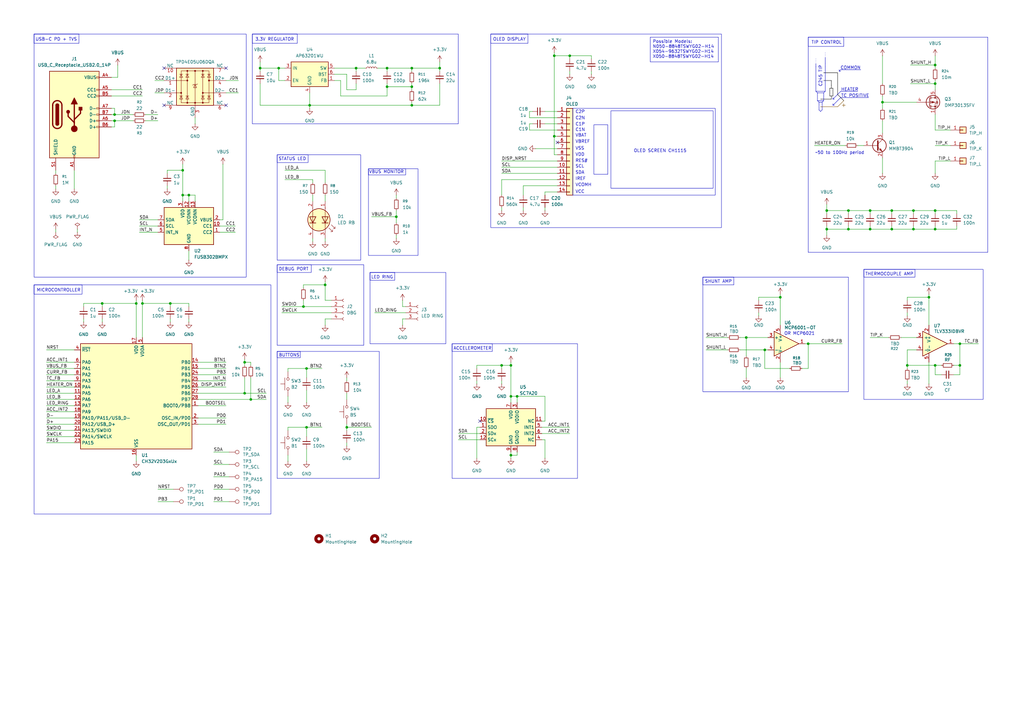
<source format=kicad_sch>
(kicad_sch
	(version 20250114)
	(generator "eeschema")
	(generator_version "9.0")
	(uuid "7095b018-eac3-4b01-b374-28e3216c4fd8")
	(paper "A3")
	
	(rectangle
		(start 288.29 113.665)
		(end 300.99 116.84)
		(stroke
			(width 0)
			(type default)
		)
		(fill
			(type none)
		)
		(uuid 1c73c902-a47e-4afe-a3a2-fdff9ad372a7)
	)
	(rectangle
		(start 185.42 140.97)
		(end 236.855 196.215)
		(stroke
			(width 0)
			(type default)
		)
		(fill
			(type none)
		)
		(uuid 25f66d05-38b5-4a17-99c1-8cad2c92cd3e)
	)
	(rectangle
		(start 113.665 63.5)
		(end 147.955 106.68)
		(stroke
			(width 0)
			(type default)
		)
		(fill
			(type none)
		)
		(uuid 322512cd-be35-4610-a4dc-a49cc7393b31)
	)
	(rectangle
		(start 13.97 13.97)
		(end 100.965 113.665)
		(stroke
			(width 0)
			(type default)
		)
		(fill
			(type none)
		)
		(uuid 34cfca7f-b72a-4261-a704-f33e6bc4b279)
	)
	(rectangle
		(start 185.42 140.97)
		(end 201.93 144.145)
		(stroke
			(width 0)
			(type default)
		)
		(fill
			(type none)
		)
		(uuid 37b1d202-d0af-4356-9cea-c5377ffdf5c6)
	)
	(rectangle
		(start 151.13 69.215)
		(end 166.37 71.755)
		(stroke
			(width 0)
			(type default)
		)
		(fill
			(type none)
		)
		(uuid 3ff5b4ba-34b9-4474-bd0b-2b540e2050a9)
	)
	(rectangle
		(start 354.33 110.49)
		(end 375.285 113.665)
		(stroke
			(width 0)
			(type default)
		)
		(fill
			(type none)
		)
		(uuid 411456a7-808a-4a99-b2e7-4b00b0660778)
	)
	(rectangle
		(start 113.665 144.145)
		(end 123.19 146.685)
		(stroke
			(width 0)
			(type default)
		)
		(fill
			(type none)
		)
		(uuid 51756553-69aa-4f9f-a31a-a60fa2c78053)
	)
	(rectangle
		(start 113.665 108.585)
		(end 149.225 141.605)
		(stroke
			(width 0)
			(type default)
		)
		(fill
			(type none)
		)
		(uuid 5ccf0a54-c09c-402b-8c12-180398bcf0c0)
	)
	(rectangle
		(start 331.47 15.24)
		(end 405.13 103.505)
		(stroke
			(width 0)
			(type default)
		)
		(fill
			(type none)
		)
		(uuid 608eefcd-9544-4ff5-9fa6-1a03cdb2edc0)
	)
	(rectangle
		(start 331.47 15.24)
		(end 346.075 19.05)
		(stroke
			(width 0)
			(type default)
		)
		(fill
			(type none)
		)
		(uuid 75245947-4db9-4c11-bcdd-4d111a323943)
	)
	(rectangle
		(start 151.765 111.76)
		(end 182.88 140.97)
		(stroke
			(width 0)
			(type default)
		)
		(fill
			(type none)
		)
		(uuid 7ca7d888-0de2-4ee4-9e02-bce99f6c7310)
	)
	(rectangle
		(start 13.97 116.84)
		(end 33.655 120.65)
		(stroke
			(width 0)
			(type default)
		)
		(fill
			(type none)
		)
		(uuid 7d5ee34c-3c30-4116-b034-575f8f5cbca0)
	)
	(rectangle
		(start 113.665 144.145)
		(end 155.575 196.215)
		(stroke
			(width 0)
			(type default)
		)
		(fill
			(type none)
		)
		(uuid 9c119ec4-7162-4594-9de4-9af2e8ac3469)
	)
	(rectangle
		(start 103.505 13.97)
		(end 121.92 17.78)
		(stroke
			(width 0)
			(type default)
		)
		(fill
			(type none)
		)
		(uuid 9d5c2b83-1ad1-4eb5-9c00-115d7cfbb819)
	)
	(rectangle
		(start 113.665 63.5)
		(end 126.365 66.675)
		(stroke
			(width 0)
			(type default)
		)
		(fill
			(type none)
		)
		(uuid 9db6c295-f05a-42de-905b-8e483d00bc1c)
	)
	(rectangle
		(start 354.33 110.49)
		(end 403.225 163.83)
		(stroke
			(width 0)
			(type default)
		)
		(fill
			(type none)
		)
		(uuid a57dfd79-f7b7-44cf-be58-21e0757161fa)
	)
	(rectangle
		(start 13.97 116.84)
		(end 111.125 210.82)
		(stroke
			(width 0)
			(type default)
		)
		(fill
			(type none)
		)
		(uuid a66c837f-d550-4ad5-b67a-1a34b6eaed03)
	)
	(rectangle
		(start 250.571 45.466)
		(end 292.481 77.216)
		(stroke
			(width 0)
			(type default)
		)
		(fill
			(type none)
		)
		(uuid b323df54-646c-4c42-ac5d-c702f5da28df)
	)
	(rectangle
		(start 13.97 13.97)
		(end 32.385 17.78)
		(stroke
			(width 0)
			(type default)
		)
		(fill
			(type none)
		)
		(uuid b41c86f7-a703-4da7-9c7c-3d6f2dbdab0b)
	)
	(rectangle
		(start 151.765 111.76)
		(end 161.925 114.935)
		(stroke
			(width 0)
			(type default)
		)
		(fill
			(type none)
		)
		(uuid bb60d903-b4fc-4579-917b-d8b1327cda5c)
	)
	(rectangle
		(start 234.95 44.45)
		(end 293.37 80.01)
		(stroke
			(width 0)
			(type default)
		)
		(fill
			(type none)
		)
		(uuid c7ed09f4-c5b0-447c-8527-2fd1a9942fc7)
	)
	(rectangle
		(start 201.295 13.97)
		(end 295.91 93.345)
		(stroke
			(width 0)
			(type default)
		)
		(fill
			(type none)
		)
		(uuid c86b0301-7b25-4d55-b6bd-bf1af0f3ea13)
	)
	(rectangle
		(start 243.586 51.181)
		(end 249.301 71.501)
		(stroke
			(width 0)
			(type default)
		)
		(fill
			(type none)
		)
		(uuid cc173c2c-4802-4b85-8dc1-c0ed1e2586ae)
	)
	(rectangle
		(start 151.13 69.215)
		(end 171.45 104.775)
		(stroke
			(width 0)
			(type default)
		)
		(fill
			(type none)
		)
		(uuid d2b50b41-845d-4a0b-ad88-942dbe8a9ea1)
	)
	(rectangle
		(start 113.665 108.585)
		(end 127.635 111.76)
		(stroke
			(width 0)
			(type default)
		)
		(fill
			(type none)
		)
		(uuid d42d397b-7d5e-44b0-98a1-cec60f91a733)
	)
	(rectangle
		(start 103.505 13.97)
		(end 187.96 50.8)
		(stroke
			(width 0)
			(type default)
		)
		(fill
			(type none)
		)
		(uuid d5e44070-3c31-4662-9265-15546dcb33a9)
	)
	(rectangle
		(start 201.295 13.97)
		(end 216.535 17.78)
		(stroke
			(width 0)
			(type default)
		)
		(fill
			(type none)
		)
		(uuid df873f2f-b2dc-4231-b391-da9722f3ee43)
	)
	(rectangle
		(start 288.29 113.665)
		(end 347.98 160.655)
		(stroke
			(width 0)
			(type default)
		)
		(fill
			(type none)
		)
		(uuid f4d05ad1-2d39-4c92-a424-b21a1915e749)
	)
	(text "COMMON"
		(exclude_from_sim no)
		(at 344.678 27.94 0)
		(effects
			(font
				(size 1.27 1.27)
			)
			(justify left)
		)
		(uuid "0da803d8-6a61-4b47-b3c4-8c42b4ebcdd7")
	)
	(text "~50 to 100Hz period"
		(exclude_from_sim no)
		(at 344.424 62.738 0)
		(effects
			(font
				(size 1.27 1.27)
			)
		)
		(uuid "0da88a4e-8094-41f6-a13c-7ae12789683b")
	)
	(text "3.3V REGULATOR"
		(exclude_from_sim no)
		(at 104.648 16.256 0)
		(effects
			(font
				(size 1.27 1.27)
			)
			(justify left)
		)
		(uuid "270c64e9-acc9-4bdf-adf9-51e85a7cfae3")
	)
	(text "C2N"
		(exclude_from_sim no)
		(at 235.966 48.514 0)
		(effects
			(font
				(size 1.27 1.27)
			)
			(justify left)
		)
		(uuid "303735e4-f194-4e97-9ddd-7741146e5965")
	)
	(text "OR MCP6021"
		(exclude_from_sim no)
		(at 327.914 136.906 0)
		(effects
			(font
				(size 1.27 1.27)
			)
		)
		(uuid "3b0bba77-4da6-417e-ba61-6edac674827f")
	)
	(text "USB-C PD + TVS"
		(exclude_from_sim no)
		(at 14.478 16.256 0)
		(effects
			(font
				(size 1.27 1.27)
			)
			(justify left)
		)
		(uuid "3b53ae36-2320-46df-8526-8d2b0e4cd267")
	)
	(text "BUTTONS"
		(exclude_from_sim no)
		(at 114.3 145.796 0)
		(effects
			(font
				(size 1.27 1.27)
			)
			(justify left)
		)
		(uuid "4ff0d853-92f6-4f02-aa33-1f252be5ef75")
	)
	(text "DEBUG PORT"
		(exclude_from_sim no)
		(at 114.3 110.49 0)
		(effects
			(font
				(size 1.27 1.27)
			)
			(justify left)
		)
		(uuid "5c2c7cad-81d2-418f-aeca-ca54c6312f8c")
	)
	(text "SCL"
		(exclude_from_sim no)
		(at 235.966 68.326 0)
		(effects
			(font
				(size 1.27 1.27)
			)
			(justify left)
		)
		(uuid "63c62cf3-4266-478a-9f68-199034fe5d8b")
	)
	(text "RES#"
		(exclude_from_sim no)
		(at 235.966 66.04 0)
		(effects
			(font
				(size 1.27 1.27)
			)
			(justify left)
		)
		(uuid "6ce3c0b9-bb73-4f4d-8996-df06398c02e3")
	)
	(text "C1P"
		(exclude_from_sim no)
		(at 235.966 51.054 0)
		(effects
			(font
				(size 1.27 1.27)
			)
			(justify left)
		)
		(uuid "6d196f00-fda4-408a-b16f-63e268646b7a")
	)
	(text "ACCELEROMETER"
		(exclude_from_sim no)
		(at 193.802 143.002 0)
		(effects
			(font
				(size 1.27 1.27)
			)
		)
		(uuid "6d3cce01-49eb-4036-848c-880563d726ff")
	)
	(text "HEATER"
		(exclude_from_sim no)
		(at 344.932 36.83 0)
		(effects
			(font
				(size 1.27 1.27)
			)
			(justify left)
		)
		(uuid "6f935533-365b-4490-a199-60d1f885e9c5")
	)
	(text "IREF"
		(exclude_from_sim no)
		(at 235.966 73.406 0)
		(effects
			(font
				(size 1.27 1.27)
			)
			(justify left)
		)
		(uuid "78269562-db7d-4f9c-9409-11de08793bfa")
	)
	(text "C1N"
		(exclude_from_sim no)
		(at 235.966 53.34 0)
		(effects
			(font
				(size 1.27 1.27)
			)
			(justify left)
		)
		(uuid "86eaf89d-7735-48bc-8adf-2c6d7e1c9267")
	)
	(text "C2P"
		(exclude_from_sim no)
		(at 235.966 45.974 0)
		(effects
			(font
				(size 1.27 1.27)
			)
			(justify left)
		)
		(uuid "88767c22-62f5-491f-8191-e622ce50d549")
	)
	(text "VDD"
		(exclude_from_sim no)
		(at 235.966 63.5 0)
		(effects
			(font
				(size 1.27 1.27)
			)
			(justify left)
		)
		(uuid "98ea20d6-f789-4c9a-9d2d-ddf9c4e55ce3")
	)
	(text "TC POSITIVE"
		(exclude_from_sim no)
		(at 344.932 39.37 0)
		(effects
			(font
				(size 1.27 1.27)
			)
			(justify left)
		)
		(uuid "9da3b577-a0bb-4c33-9c3c-e8388ac87829")
	)
	(text "OLED SCREEN CH1115"
		(exclude_from_sim no)
		(at 270.764 61.976 0)
		(effects
			(font
				(size 1.27 1.27)
			)
		)
		(uuid "a7d4d929-dbaa-411d-a847-37e4617db2b8")
	)
	(text "VCC"
		(exclude_from_sim no)
		(at 235.966 78.74 0)
		(effects
			(font
				(size 1.27 1.27)
			)
			(justify left)
		)
		(uuid "c0b5be38-ee7a-4c62-b666-9455a24b9bdf")
	)
	(text "TIP CONTROL"
		(exclude_from_sim no)
		(at 332.74 17.526 0)
		(effects
			(font
				(size 1.27 1.27)
			)
			(justify left)
		)
		(uuid "cbc624c8-2e49-4540-b1a0-5d8227d4665c")
	)
	(text "SDA"
		(exclude_from_sim no)
		(at 235.966 70.866 0)
		(effects
			(font
				(size 1.27 1.27)
			)
			(justify left)
		)
		(uuid "d1f23843-c159-4734-816f-e3ebdc7225d4")
	)
	(text "VBREF"
		(exclude_from_sim no)
		(at 235.966 58.166 0)
		(effects
			(font
				(size 1.27 1.27)
			)
			(justify left)
		)
		(uuid "dc92fbc2-eb7d-47ac-891e-6de1528c9506")
	)
	(text "SHUNT AMP"
		(exclude_from_sim no)
		(at 294.64 115.57 0)
		(effects
			(font
				(size 1.27 1.27)
			)
		)
		(uuid "df820a8a-db2f-421f-9d16-371dee1814e3")
	)
	(text "STATUS LED"
		(exclude_from_sim no)
		(at 119.888 65.278 0)
		(effects
			(font
				(size 1.27 1.27)
			)
		)
		(uuid "e08b0557-7c4e-4c2c-9d25-7e5a011c2beb")
	)
	(text "OLED DISPLAY"
		(exclude_from_sim no)
		(at 202.184 16.256 0)
		(effects
			(font
				(size 1.27 1.27)
			)
			(justify left)
		)
		(uuid "e1182865-9cf6-484e-b369-4d8124243a24")
	)
	(text "VBAT"
		(exclude_from_sim no)
		(at 235.966 55.626 0)
		(effects
			(font
				(size 1.27 1.27)
			)
			(justify left)
		)
		(uuid "e5136794-6a5a-4728-b4d0-e47266a8ec2c")
	)
	(text "VSS"
		(exclude_from_sim no)
		(at 235.966 60.96 0)
		(effects
			(font
				(size 1.27 1.27)
			)
			(justify left)
		)
		(uuid "e5277a5c-1568-43ec-ab65-5c403a9ddad3")
	)
	(text "VCOMH"
		(exclude_from_sim no)
		(at 235.966 75.946 0)
		(effects
			(font
				(size 1.27 1.27)
			)
			(justify left)
		)
		(uuid "e677c7ab-e79d-4a1c-8a88-4a56ca5d6b79")
	)
	(text "THERMOCOUPLE AMP"
		(exclude_from_sim no)
		(at 364.744 112.522 0)
		(effects
			(font
				(size 1.27 1.27)
			)
		)
		(uuid "e865e2d4-df9a-47d7-8bc3-1d543675c813")
	)
	(text "C245 TIP"
		(exclude_from_sim no)
		(at 336.55 31.242 90)
		(effects
			(font
				(size 1.27 1.27)
			)
		)
		(uuid "ec1ed9c1-072b-4c68-8764-5736b7bc8d68")
	)
	(text "LED RING"
		(exclude_from_sim no)
		(at 156.718 113.792 0)
		(effects
			(font
				(size 1.27 1.27)
			)
		)
		(uuid "eebaafe7-13f6-4495-a884-67f3bb5c6ce1")
	)
	(text "MICROCONTROLLER"
		(exclude_from_sim no)
		(at 14.986 119.126 0)
		(effects
			(font
				(size 1.27 1.27)
			)
			(justify left)
		)
		(uuid "f4202bbd-17db-406a-9b6f-417fe43fdaab")
	)
	(text "VBUS MONITOR"
		(exclude_from_sim no)
		(at 158.496 70.612 0)
		(effects
			(font
				(size 1.27 1.27)
			)
		)
		(uuid "f741b2f1-f711-4456-aa2d-f19417092858")
	)
	(text_box "Possible Models:\nN050-8848TSWYG02-H14\nX054-9632TSWYG02-H14\nX050-8848TSWYG02-H14"
		(exclude_from_sim no)
		(at 266.7 15.24 0)
		(size 27.94 10.16)
		(margins 0.9525 0.9525 0.9525 0.9525)
		(stroke
			(width 0)
			(type solid)
		)
		(fill
			(type none)
		)
		(effects
			(font
				(size 1.27 1.27)
			)
			(justify left top)
		)
		(uuid "aff1d92e-7948-41af-95d4-eec0b0d11729")
	)
	(junction
		(at 339.09 86.36)
		(diameter 0)
		(color 0 0 0 0)
		(uuid "0249d269-810c-4792-bcad-62c507e2feae")
	)
	(junction
		(at 383.54 34.29)
		(diameter 0)
		(color 0 0 0 0)
		(uuid "06f4ee53-3c6f-4b9e-acff-5c637dc2f0f0")
	)
	(junction
		(at 146.05 27.94)
		(diameter 0)
		(color 0 0 0 0)
		(uuid "0acd8611-5527-40f7-90a3-5c60d1adc1d0")
	)
	(junction
		(at 320.04 121.92)
		(diameter 0)
		(color 0 0 0 0)
		(uuid "0b83f2c9-b8b1-424d-9ef9-aa8bc46ee63d")
	)
	(junction
		(at 100.33 148.59)
		(diameter 0)
		(color 0 0 0 0)
		(uuid "22bc19a2-e590-4ae5-87e1-2c346112c753")
	)
	(junction
		(at 69.85 124.46)
		(diameter 0)
		(color 0 0 0 0)
		(uuid "37d3befb-311d-460b-9ac5-d3ced0bdc44b")
	)
	(junction
		(at 102.87 163.83)
		(diameter 0)
		(color 0 0 0 0)
		(uuid "39afbb62-f4d9-47c5-b1ec-6bf8308a9b0e")
	)
	(junction
		(at 374.65 86.36)
		(diameter 0)
		(color 0 0 0 0)
		(uuid "3e104a1b-7253-4537-8264-1c669770fc55")
	)
	(junction
		(at 381 121.92)
		(diameter 0)
		(color 0 0 0 0)
		(uuid "3f9bcc33-18ad-48ec-8047-f514eddb9bd3")
	)
	(junction
		(at 339.09 93.98)
		(diameter 0)
		(color 0 0 0 0)
		(uuid "43942d84-b87b-4f4a-adb8-d0b0fad21d24")
	)
	(junction
		(at 158.75 27.94)
		(diameter 0)
		(color 0 0 0 0)
		(uuid "4e457d4d-37fd-4b51-a420-85ebb8dc04c5")
	)
	(junction
		(at 365.76 93.98)
		(diameter 0)
		(color 0 0 0 0)
		(uuid "4fb70dd2-3e99-400e-97c5-a12f82607ede")
	)
	(junction
		(at 162.56 88.9)
		(diameter 0)
		(color 0 0 0 0)
		(uuid "5171e2df-ff89-449d-9837-899c8a33b75c")
	)
	(junction
		(at 383.54 93.98)
		(diameter 0)
		(color 0 0 0 0)
		(uuid "55503a9c-b6b6-4187-8267-b69ed226b524")
	)
	(junction
		(at 361.95 41.91)
		(diameter 0)
		(color 0 0 0 0)
		(uuid "55c48a4e-b496-4df9-98f9-8a2a30715d30")
	)
	(junction
		(at 168.91 35.56)
		(diameter 0)
		(color 0 0 0 0)
		(uuid "57d2e74f-9c65-42d1-a47a-8230db07f92e")
	)
	(junction
		(at 209.55 162.56)
		(diameter 0)
		(color 0 0 0 0)
		(uuid "589eff9d-eed1-4df5-98d6-26b7c768b426")
	)
	(junction
		(at 313.69 143.51)
		(diameter 0)
		(color 0 0 0 0)
		(uuid "5c6565bc-3073-4b42-a446-7197b95e4ab3")
	)
	(junction
		(at 205.74 149.86)
		(diameter 0)
		(color 0 0 0 0)
		(uuid "5d472d93-3e9e-480d-b6e3-607da5f4e83a")
	)
	(junction
		(at 46.99 49.53)
		(diameter 0)
		(color 0 0 0 0)
		(uuid "5e8d1cf7-167e-4030-9f28-7c115ea5395b")
	)
	(junction
		(at 227.33 55.88)
		(diameter 0)
		(color 0 0 0 0)
		(uuid "5fbb3de9-86ee-49ad-a284-eb55f1cc692a")
	)
	(junction
		(at 168.91 43.18)
		(diameter 0)
		(color 0 0 0 0)
		(uuid "660d2309-d1aa-4d86-b95c-854e50c0a293")
	)
	(junction
		(at 168.91 27.94)
		(diameter 0)
		(color 0 0 0 0)
		(uuid "691dc945-779c-4911-8f56-5300f4d58275")
	)
	(junction
		(at 233.68 22.86)
		(diameter 0)
		(color 0 0 0 0)
		(uuid "73b54f8a-8892-4f5c-ad2f-0a2e6cc384c3")
	)
	(junction
		(at 209.55 149.86)
		(diameter 0)
		(color 0 0 0 0)
		(uuid "763926b0-cdf8-4d42-8b23-3f6f38b641fc")
	)
	(junction
		(at 383.54 149.86)
		(diameter 0)
		(color 0 0 0 0)
		(uuid "77d052f3-f174-4ac4-b7f3-74fd8cd4f0e2")
	)
	(junction
		(at 356.87 86.36)
		(diameter 0)
		(color 0 0 0 0)
		(uuid "79c391a9-2d95-4c3e-a922-b7e1f89f8cb2")
	)
	(junction
		(at 158.75 35.56)
		(diameter 0)
		(color 0 0 0 0)
		(uuid "85eb43cd-2fb7-4c1a-b0ce-7e338a2da686")
	)
	(junction
		(at 393.7 149.86)
		(diameter 0)
		(color 0 0 0 0)
		(uuid "879d8513-8c12-4c71-805b-cfd0566ce6a8")
	)
	(junction
		(at 347.98 93.98)
		(diameter 0)
		(color 0 0 0 0)
		(uuid "87dc4b49-25de-4f6d-adf7-8941fa901f8f")
	)
	(junction
		(at 372.11 149.86)
		(diameter 0)
		(color 0 0 0 0)
		(uuid "8891de76-9830-4ea1-acad-40e871562426")
	)
	(junction
		(at 100.33 161.29)
		(diameter 0)
		(color 0 0 0 0)
		(uuid "8f91cdd6-9b8f-41e7-aba5-783e4c94f1c2")
	)
	(junction
		(at 227.33 22.86)
		(diameter 0)
		(color 0 0 0 0)
		(uuid "9531702c-c6a6-4297-8a10-64a5c6fc90b3")
	)
	(junction
		(at 347.98 86.36)
		(diameter 0)
		(color 0 0 0 0)
		(uuid "963b4dc5-29f7-4f14-9341-7b3162f2c358")
	)
	(junction
		(at 365.76 86.36)
		(diameter 0)
		(color 0 0 0 0)
		(uuid "98b3589f-4017-4aba-83b6-53982e3e5cd4")
	)
	(junction
		(at 58.42 124.46)
		(diameter 0)
		(color 0 0 0 0)
		(uuid "98f8c9b4-0597-4d2a-816f-d2e5fe72d0f6")
	)
	(junction
		(at 306.07 138.43)
		(diameter 0)
		(color 0 0 0 0)
		(uuid "9bcd364d-f531-4b7f-8ea5-4b3ee103e967")
	)
	(junction
		(at 41.91 124.46)
		(diameter 0)
		(color 0 0 0 0)
		(uuid "9fa2ea7a-f50f-4f59-8f6e-1d8cc4b4f22f")
	)
	(junction
		(at 74.93 80.01)
		(diameter 0)
		(color 0 0 0 0)
		(uuid "a102cd63-af1a-49b4-9201-df06578d4c1f")
	)
	(junction
		(at 55.88 124.46)
		(diameter 0)
		(color 0 0 0 0)
		(uuid "a23046f4-c99a-453c-8805-8ecfd91f7491")
	)
	(junction
		(at 393.7 140.97)
		(diameter 0)
		(color 0 0 0 0)
		(uuid "aff6f7cf-f995-4965-9b70-2f6e1afd3257")
	)
	(junction
		(at 374.65 93.98)
		(diameter 0)
		(color 0 0 0 0)
		(uuid "ba3cb80e-2f56-46b8-a675-0ffd9ff134a3")
	)
	(junction
		(at 125.73 175.26)
		(diameter 0)
		(color 0 0 0 0)
		(uuid "bf198e04-4a01-4230-877f-f1ab43f756f2")
	)
	(junction
		(at 127 43.18)
		(diameter 0)
		(color 0 0 0 0)
		(uuid "d049456d-20ee-4308-a384-c295c5fb64a1")
	)
	(junction
		(at 77.47 80.01)
		(diameter 0)
		(color 0 0 0 0)
		(uuid "d075905e-0ee9-4e4e-bc8b-46248e59d6b7")
	)
	(junction
		(at 331.47 140.97)
		(diameter 0)
		(color 0 0 0 0)
		(uuid "d120f155-c747-46db-85bd-012ff6f955e2")
	)
	(junction
		(at 209.55 186.69)
		(diameter 0)
		(color 0 0 0 0)
		(uuid "d3c0ec6c-e13a-496a-ad1c-ba60afc46b96")
	)
	(junction
		(at 46.99 46.99)
		(diameter 0)
		(color 0 0 0 0)
		(uuid "d3cb3929-1383-43bf-9aa0-8d6179547879")
	)
	(junction
		(at 125.73 151.13)
		(diameter 0)
		(color 0 0 0 0)
		(uuid "d8814552-a2c0-4a06-a6ac-aee6b3d4aa8f")
	)
	(junction
		(at 383.54 26.67)
		(diameter 0)
		(color 0 0 0 0)
		(uuid "da3b297d-0923-4177-b028-d6cc65cf03d0")
	)
	(junction
		(at 74.93 69.85)
		(diameter 0)
		(color 0 0 0 0)
		(uuid "dced1970-c9d1-4fca-aa68-57578fbeec87")
	)
	(junction
		(at 133.35 116.84)
		(diameter 0)
		(color 0 0 0 0)
		(uuid "dd645f38-5944-4257-9764-2d12bcf783d9")
	)
	(junction
		(at 124.46 125.73)
		(diameter 0)
		(color 0 0 0 0)
		(uuid "e0c9883b-d031-4a61-9fde-76739f501e2c")
	)
	(junction
		(at 114.3 27.94)
		(diameter 0)
		(color 0 0 0 0)
		(uuid "e80bc681-7695-43f3-a2bd-d411c7e86409")
	)
	(junction
		(at 212.09 162.56)
		(diameter 0)
		(color 0 0 0 0)
		(uuid "ea9ea449-1699-40d7-8a1c-89a1d2111f96")
	)
	(junction
		(at 356.87 93.98)
		(diameter 0)
		(color 0 0 0 0)
		(uuid "ebc86db2-2764-4df6-9433-ecced69310ed")
	)
	(junction
		(at 383.54 86.36)
		(diameter 0)
		(color 0 0 0 0)
		(uuid "ed52385f-ebdf-4c3e-aebe-022c47113848")
	)
	(junction
		(at 180.34 27.94)
		(diameter 0)
		(color 0 0 0 0)
		(uuid "efddc068-f25b-4568-b3c6-1c6aa0f4c97e")
	)
	(junction
		(at 106.68 27.94)
		(diameter 0)
		(color 0 0 0 0)
		(uuid "f1df4cab-d95d-4e21-b204-cc5686c3ccd2")
	)
	(junction
		(at 142.24 175.26)
		(diameter 0)
		(color 0 0 0 0)
		(uuid "fe9b1f2a-8aec-4aa7-8489-1f83d22307ee")
	)
	(no_connect
		(at 92.71 43.18)
		(uuid "46b4ccbc-24ab-4899-8505-9a1bc9336197")
	)
	(no_connect
		(at 67.31 27.94)
		(uuid "613b3790-5218-413f-a343-e26aa4ea4b95")
	)
	(no_connect
		(at 228.6 58.42)
		(uuid "8d801d13-32fe-4e34-8cc5-b8a86a497023")
	)
	(no_connect
		(at 196.85 172.72)
		(uuid "bb17c601-45a1-4eb6-aaaf-eada3efdd523")
	)
	(no_connect
		(at 67.31 43.18)
		(uuid "c9b41e3a-80a4-4410-be4c-91975e86700a")
	)
	(no_connect
		(at 92.71 27.94)
		(uuid "e9fc4535-1911-4390-b5e2-c282d53c9319")
	)
	(wire
		(pts
			(xy 100.33 161.29) (xy 109.22 161.29)
		)
		(stroke
			(width 0)
			(type default)
		)
		(uuid "00dc7f33-0b4e-4099-8479-24293b9aabac")
	)
	(wire
		(pts
			(xy 222.25 177.8) (xy 233.68 177.8)
		)
		(stroke
			(width 0)
			(type default)
		)
		(uuid "0156bf95-e162-433c-99c7-904c2f68448d")
	)
	(wire
		(pts
			(xy 389.89 66.04) (xy 383.54 66.04)
		)
		(stroke
			(width 0)
			(type default)
		)
		(uuid "01731df4-405d-4159-8024-ddbfe44e4824")
	)
	(wire
		(pts
			(xy 180.34 25.4) (xy 180.34 27.94)
		)
		(stroke
			(width 0)
			(type default)
		)
		(uuid "0280334b-627a-4233-a676-012a207d9298")
	)
	(wire
		(pts
			(xy 195.58 175.26) (xy 196.85 175.26)
		)
		(stroke
			(width 0)
			(type default)
		)
		(uuid "03f9526b-c252-4cea-a8ec-81306ff6df76")
	)
	(wire
		(pts
			(xy 63.5 38.1) (xy 67.31 38.1)
		)
		(stroke
			(width 0)
			(type default)
		)
		(uuid "057a48eb-9b1d-42a5-bf44-6985b9321748")
	)
	(wire
		(pts
			(xy 331.47 151.13) (xy 331.47 140.97)
		)
		(stroke
			(width 0)
			(type default)
		)
		(uuid "05e89aa4-84da-405d-a1af-2a2d87ad272b")
	)
	(polyline
		(pts
			(xy 344.17 29.21) (xy 344.805 29.21)
		)
		(stroke
			(width 0)
			(type default)
		)
		(uuid "061e75a6-db12-4875-bb49-acc7a02aa4eb")
	)
	(wire
		(pts
			(xy 227.33 55.88) (xy 228.6 55.88)
		)
		(stroke
			(width 0)
			(type default)
		)
		(uuid "06a39b25-e5c0-48bf-8f66-6ff9e46efda7")
	)
	(wire
		(pts
			(xy 361.95 22.86) (xy 361.95 34.29)
		)
		(stroke
			(width 0)
			(type default)
		)
		(uuid "07213a78-02ed-408a-8a81-3c765c5554db")
	)
	(wire
		(pts
			(xy 195.58 151.13) (xy 195.58 149.86)
		)
		(stroke
			(width 0)
			(type default)
		)
		(uuid "074bf8ae-b429-4468-80bf-bdd7f8fd5829")
	)
	(polyline
		(pts
			(xy 343.535 29.845) (xy 343.535 38.735)
		)
		(stroke
			(width 0)
			(type solid)
			(color 0 0 0 1)
		)
		(uuid "076917fa-25ee-47d3-b2b0-165b02f01f24")
	)
	(wire
		(pts
			(xy 68.58 69.85) (xy 74.93 69.85)
		)
		(stroke
			(width 0)
			(type default)
		)
		(uuid "088c7699-190e-4234-9815-fffe11d5ef7a")
	)
	(wire
		(pts
			(xy 68.58 76.2) (xy 68.58 77.47)
		)
		(stroke
			(width 0)
			(type default)
		)
		(uuid "090443bb-96fb-4f06-ac72-191a7f6e15f4")
	)
	(wire
		(pts
			(xy 96.52 95.25) (xy 90.17 95.25)
		)
		(stroke
			(width 0)
			(type default)
		)
		(uuid "091df10a-a778-479d-8cbf-324751cb3cc5")
	)
	(wire
		(pts
			(xy 187.96 180.34) (xy 196.85 180.34)
		)
		(stroke
			(width 0)
			(type default)
		)
		(uuid "093a4bfc-aabd-4586-948a-1580d9afeffa")
	)
	(wire
		(pts
			(xy 45.72 36.83) (xy 58.42 36.83)
		)
		(stroke
			(width 0)
			(type default)
		)
		(uuid "098337dc-d67f-4f92-9e59-aa0530495823")
	)
	(wire
		(pts
			(xy 303.53 143.51) (xy 313.69 143.51)
		)
		(stroke
			(width 0)
			(type default)
		)
		(uuid "0cad2886-a2e2-49af-b1ff-94b34171dd68")
	)
	(wire
		(pts
			(xy 81.28 158.75) (xy 92.71 158.75)
		)
		(stroke
			(width 0)
			(type default)
		)
		(uuid "0d0fb7d8-cf76-4ea3-b43e-0043f449d33e")
	)
	(wire
		(pts
			(xy 106.68 34.29) (xy 106.68 43.18)
		)
		(stroke
			(width 0)
			(type default)
		)
		(uuid "0d1da041-1604-484f-8588-64418e6780df")
	)
	(polyline
		(pts
			(xy 349.25 40.005) (xy 356.235 40.005)
		)
		(stroke
			(width 0)
			(type default)
		)
		(uuid "0efdd063-1445-49ad-b269-05e1548bd623")
	)
	(wire
		(pts
			(xy 19.05 166.37) (xy 30.48 166.37)
		)
		(stroke
			(width 0)
			(type default)
		)
		(uuid "0f968ad1-38fa-43f3-a9ca-eaab57060db2")
	)
	(wire
		(pts
			(xy 214.63 85.09) (xy 214.63 86.36)
		)
		(stroke
			(width 0)
			(type default)
		)
		(uuid "0fdf5b0f-14a7-4ff5-aee8-91dcf3e80430")
	)
	(wire
		(pts
			(xy 168.91 35.56) (xy 158.75 35.56)
		)
		(stroke
			(width 0)
			(type default)
		)
		(uuid "1190a964-f3bd-43e5-a242-6444d80cf4b2")
	)
	(polyline
		(pts
			(xy 336.55 43.815) (xy 343.535 43.815)
		)
		(stroke
			(width 0)
			(type solid)
			(color 128 77 0 1)
		)
		(uuid "11cf35b8-cd1b-4b18-8246-50d401672c42")
	)
	(wire
		(pts
			(xy 372.11 149.86) (xy 372.11 143.51)
		)
		(stroke
			(width 0)
			(type default)
		)
		(uuid "12f02fb2-28a7-4766-ae13-424545151178")
	)
	(wire
		(pts
			(xy 209.55 162.56) (xy 209.55 165.1)
		)
		(stroke
			(width 0)
			(type default)
		)
		(uuid "135c080a-b87a-42f2-bd23-e8f54c5ee6c7")
	)
	(wire
		(pts
			(xy 165.1 133.35) (xy 165.1 130.81)
		)
		(stroke
			(width 0)
			(type default)
		)
		(uuid "13a8fbae-4055-4538-a775-7561035458e6")
	)
	(wire
		(pts
			(xy 128.27 80.01) (xy 128.27 82.55)
		)
		(stroke
			(width 0)
			(type default)
		)
		(uuid "140fa8d5-d1ac-448c-bfcf-ff319345db09")
	)
	(wire
		(pts
			(xy 393.7 149.86) (xy 393.7 140.97)
		)
		(stroke
			(width 0)
			(type default)
		)
		(uuid "1427c6b1-5293-499b-9663-f54121cc8ca4")
	)
	(wire
		(pts
			(xy 48.26 31.75) (xy 48.26 26.67)
		)
		(stroke
			(width 0)
			(type default)
		)
		(uuid "14b83c6b-fa77-4ec1-b020-d89f490dd1db")
	)
	(wire
		(pts
			(xy 374.65 92.71) (xy 374.65 93.98)
		)
		(stroke
			(width 0)
			(type default)
		)
		(uuid "14f4beaa-5919-48a6-bf5e-868152fe82b7")
	)
	(wire
		(pts
			(xy 365.76 86.36) (xy 365.76 87.63)
		)
		(stroke
			(width 0)
			(type default)
		)
		(uuid "154f7824-5e3a-4df6-a265-e8ad4cf18628")
	)
	(wire
		(pts
			(xy 381 120.65) (xy 381 121.92)
		)
		(stroke
			(width 0)
			(type default)
		)
		(uuid "16a235b6-6479-41c3-934b-5990cd87fafe")
	)
	(wire
		(pts
			(xy 227.33 55.88) (xy 227.33 63.5)
		)
		(stroke
			(width 0)
			(type default)
		)
		(uuid "16a6ad92-1a6b-4d2b-93f1-5652f5947dbb")
	)
	(wire
		(pts
			(xy 168.91 29.21) (xy 168.91 27.94)
		)
		(stroke
			(width 0)
			(type default)
		)
		(uuid "16beecb1-a5ab-433f-9aa9-d5c8af0be23d")
	)
	(polyline
		(pts
			(xy 345.44 43.18) (xy 346.71 43.18)
		)
		(stroke
			(width 0)
			(type solid)
			(color 128 77 0 1)
		)
		(uuid "17532791-aaa0-48e6-a3d3-84b5cfe2ffdf")
	)
	(wire
		(pts
			(xy 87.63 205.74) (xy 93.98 205.74)
		)
		(stroke
			(width 0)
			(type default)
		)
		(uuid "17c09d63-4f8c-4d97-9c64-a3bd4dd82600")
	)
	(wire
		(pts
			(xy 45.72 52.07) (xy 46.99 52.07)
		)
		(stroke
			(width 0)
			(type default)
		)
		(uuid "18438b3a-827e-4972-b4d2-e39627126fd2")
	)
	(wire
		(pts
			(xy 19.05 161.29) (xy 30.48 161.29)
		)
		(stroke
			(width 0)
			(type default)
		)
		(uuid "185cc638-609c-4acf-9a83-434d47f9bece")
	)
	(wire
		(pts
			(xy 373.38 34.29) (xy 383.54 34.29)
		)
		(stroke
			(width 0)
			(type default)
		)
		(uuid "191e8f1b-e026-4cf9-9cb9-19eac445eae5")
	)
	(wire
		(pts
			(xy 118.11 162.56) (xy 118.11 165.1)
		)
		(stroke
			(width 0)
			(type default)
		)
		(uuid "1a08e192-3ede-459c-841e-9f0c19ec1e3e")
	)
	(wire
		(pts
			(xy 19.05 176.53) (xy 30.48 176.53)
		)
		(stroke
			(width 0)
			(type default)
		)
		(uuid "1a675778-1e38-4114-a392-a674b2dc8fa9")
	)
	(wire
		(pts
			(xy 102.87 149.86) (xy 102.87 148.59)
		)
		(stroke
			(width 0)
			(type default)
		)
		(uuid "1beeb275-c1cd-4b8f-a12a-830eb9c2286d")
	)
	(wire
		(pts
			(xy 81.28 173.99) (xy 92.71 173.99)
		)
		(stroke
			(width 0)
			(type default)
		)
		(uuid "1c31a3a0-71be-4869-aecb-fe7720f70370")
	)
	(polyline
		(pts
			(xy 340.995 34.925) (xy 340.995 36.195)
		)
		(stroke
			(width 0)
			(type solid)
			(color 0 0 0 1)
		)
		(uuid "1cb32bb3-76dc-4823-be3a-ee1c82fb9d6e")
	)
	(wire
		(pts
			(xy 168.91 43.18) (xy 127 43.18)
		)
		(stroke
			(width 0)
			(type default)
		)
		(uuid "1efe1ac7-40f4-4f17-9d42-17e1c9f0de6b")
	)
	(polyline
		(pts
			(xy 344.17 29.21) (xy 344.805 28.575)
		)
		(stroke
			(width 0)
			(type default)
		)
		(uuid "1fc62f63-6cba-4ff0-930d-1f292e0bfa84")
	)
	(wire
		(pts
			(xy 81.28 156.21) (xy 92.71 156.21)
		)
		(stroke
			(width 0)
			(type default)
		)
		(uuid "1fd72b09-6ab8-4dc4-8f0b-ca67c9a74253")
	)
	(wire
		(pts
			(xy 68.58 71.12) (xy 68.58 69.85)
		)
		(stroke
			(width 0)
			(type default)
		)
		(uuid "202b5c7b-0b11-4522-bc46-256551c46d63")
	)
	(wire
		(pts
			(xy 116.84 27.94) (xy 114.3 27.94)
		)
		(stroke
			(width 0)
			(type default)
		)
		(uuid "202f5003-0a48-4fcb-962b-eb5d0b2eea8c")
	)
	(wire
		(pts
			(xy 383.54 53.34) (xy 389.89 53.34)
		)
		(stroke
			(width 0)
			(type default)
		)
		(uuid "206812ad-99c8-4641-84e7-7df86ad62159")
	)
	(polyline
		(pts
			(xy 334.645 37.465) (xy 338.455 37.465)
		)
		(stroke
			(width 0)
			(type default)
		)
		(uuid "20c289f8-34a5-48ed-8d32-b4b9e5521011")
	)
	(wire
		(pts
			(xy 77.47 102.87) (xy 77.47 106.68)
		)
		(stroke
			(width 0)
			(type default)
		)
		(uuid "21a2f101-e4da-4991-a949-92df212cf85b")
	)
	(polyline
		(pts
			(xy 344.805 28.575) (xy 353.06 28.575)
		)
		(stroke
			(width 0)
			(type default)
		)
		(uuid "225ad2a0-3f91-4b41-b14c-33002ef325b8")
	)
	(wire
		(pts
			(xy 180.34 43.18) (xy 168.91 43.18)
		)
		(stroke
			(width 0)
			(type default)
		)
		(uuid "228d2b28-0e5e-4a0f-9a64-60ca034456d5")
	)
	(wire
		(pts
			(xy 22.86 69.85) (xy 22.86 71.12)
		)
		(stroke
			(width 0)
			(type default)
		)
		(uuid "22ceb097-bc74-4764-aecd-0b980944d711")
	)
	(wire
		(pts
			(xy 383.54 59.69) (xy 389.89 59.69)
		)
		(stroke
			(width 0)
			(type default)
		)
		(uuid "234d1ba8-847a-498b-b1ae-e4eb0f0e2c2e")
	)
	(polyline
		(pts
			(xy 343.535 43.815) (xy 346.075 41.275)
		)
		(stroke
			(width 0)
			(type solid)
			(color 128 77 0 1)
		)
		(uuid "23b27315-c748-4e5f-bfe8-f12b825cfb87")
	)
	(wire
		(pts
			(xy 374.65 86.36) (xy 383.54 86.36)
		)
		(stroke
			(width 0)
			(type default)
		)
		(uuid "241d78ea-2de2-4188-aaa5-4924dd6609f2")
	)
	(wire
		(pts
			(xy 168.91 34.29) (xy 168.91 35.56)
		)
		(stroke
			(width 0)
			(type default)
		)
		(uuid "24d5a81f-7436-4451-bff0-11fbe42d2c28")
	)
	(wire
		(pts
			(xy 383.54 22.86) (xy 383.54 26.67)
		)
		(stroke
			(width 0)
			(type default)
		)
		(uuid "2593c66c-8e0c-4cae-943a-7ead78f05fe5")
	)
	(wire
		(pts
			(xy 339.09 92.71) (xy 339.09 93.98)
		)
		(stroke
			(width 0)
			(type default)
		)
		(uuid "262148e9-abf9-4df4-8abe-6bc1166237b2")
	)
	(wire
		(pts
			(xy 125.73 175.26) (xy 132.08 175.26)
		)
		(stroke
			(width 0)
			(type default)
		)
		(uuid "27851202-de10-4bda-a7a1-86d90d3431e9")
	)
	(wire
		(pts
			(xy 118.11 186.69) (xy 118.11 189.23)
		)
		(stroke
			(width 0)
			(type default)
		)
		(uuid "281d0dee-0d42-447c-96a0-518527b352a7")
	)
	(wire
		(pts
			(xy 386.08 153.67) (xy 383.54 153.67)
		)
		(stroke
			(width 0)
			(type default)
		)
		(uuid "28f9a714-ce47-4a87-9eba-39a2e1e51e21")
	)
	(wire
		(pts
			(xy 158.75 39.37) (xy 139.7 39.37)
		)
		(stroke
			(width 0)
			(type default)
		)
		(uuid "296133f5-2a32-47e9-994c-67f3c4c032fa")
	)
	(wire
		(pts
			(xy 46.99 44.45) (xy 46.99 46.99)
		)
		(stroke
			(width 0)
			(type default)
		)
		(uuid "2b6c7f04-a093-4524-90eb-496f9f787527")
	)
	(wire
		(pts
			(xy 205.74 73.66) (xy 205.74 80.01)
		)
		(stroke
			(width 0)
			(type default)
		)
		(uuid "2c6750b6-74c7-4d32-8f14-8af4353a5366")
	)
	(wire
		(pts
			(xy 127 43.18) (xy 127 44.45)
		)
		(stroke
			(width 0)
			(type default)
		)
		(uuid "2caf9a90-c3fc-4061-b393-2a0dec203c07")
	)
	(wire
		(pts
			(xy 365.76 86.36) (xy 374.65 86.36)
		)
		(stroke
			(width 0)
			(type default)
		)
		(uuid "2d9677a5-5e87-4fa5-92ae-254525c90d11")
	)
	(wire
		(pts
			(xy 383.54 66.04) (xy 383.54 71.12)
		)
		(stroke
			(width 0)
			(type default)
		)
		(uuid "2e30f3cc-d7f2-4ca4-85fa-9f0e1ff2f599")
	)
	(wire
		(pts
			(xy 118.11 176.53) (xy 118.11 175.26)
		)
		(stroke
			(width 0)
			(type default)
		)
		(uuid "2ee4ebfa-2b1b-4192-baa0-8298861d736b")
	)
	(wire
		(pts
			(xy 45.72 31.75) (xy 48.26 31.75)
		)
		(stroke
			(width 0)
			(type default)
		)
		(uuid "2f68ac55-2ae3-4fdc-bcfb-21f448f1abfc")
	)
	(wire
		(pts
			(xy 19.05 168.91) (xy 30.48 168.91)
		)
		(stroke
			(width 0)
			(type default)
		)
		(uuid "2fdf26ff-e34d-47ed-b024-4ecb4d28caf6")
	)
	(wire
		(pts
			(xy 209.55 148.59) (xy 209.55 149.86)
		)
		(stroke
			(width 0)
			(type default)
		)
		(uuid "2ff8f590-a0dd-4986-b523-e06c9b3827a0")
	)
	(polyline
		(pts
			(xy 334.645 24.13) (xy 334.645 26.035)
		)
		(stroke
			(width 0)
			(type dot)
		)
		(uuid "30942881-eef2-4f32-b0ca-a19e1cdb685d")
	)
	(wire
		(pts
			(xy 133.35 123.19) (xy 133.35 116.84)
		)
		(stroke
			(width 0)
			(type default)
		)
		(uuid "3096bc9d-6be7-44be-98b5-33a16aea1377")
	)
	(wire
		(pts
			(xy 146.05 36.83) (xy 142.24 36.83)
		)
		(stroke
			(width 0)
			(type default)
		)
		(uuid "326fcbeb-6568-414a-bae2-3482d5ca26c6")
	)
	(wire
		(pts
			(xy 100.33 154.94) (xy 100.33 161.29)
		)
		(stroke
			(width 0)
			(type default)
		)
		(uuid "3355cf20-4f86-473a-8cad-ce6847f6a0c1")
	)
	(wire
		(pts
			(xy 205.74 151.13) (xy 205.74 149.86)
		)
		(stroke
			(width 0)
			(type default)
		)
		(uuid "34170387-03a3-4d7d-9f6a-9db512b2f47f")
	)
	(wire
		(pts
			(xy 311.15 121.92) (xy 320.04 121.92)
		)
		(stroke
			(width 0)
			(type default)
		)
		(uuid "345fd9b9-1984-433d-a9e0-ef9f08691e20")
	)
	(wire
		(pts
			(xy 124.46 123.19) (xy 124.46 125.73)
		)
		(stroke
			(width 0)
			(type default)
		)
		(uuid "3489d8e5-ab2a-461f-baae-51519db62919")
	)
	(wire
		(pts
			(xy 142.24 161.29) (xy 142.24 163.83)
		)
		(stroke
			(width 0)
			(type default)
		)
		(uuid "354a48c2-fb32-4581-9fe6-6cca8deaea5e")
	)
	(wire
		(pts
			(xy 114.3 27.94) (xy 106.68 27.94)
		)
		(stroke
			(width 0)
			(type default)
		)
		(uuid "35fc1e6c-2319-48d6-b1ef-3f4c892dc210")
	)
	(wire
		(pts
			(xy 351.79 59.69) (xy 354.33 59.69)
		)
		(stroke
			(width 0)
			(type default)
		)
		(uuid "3810f2bb-82da-4973-8a29-cbb4318d6b51")
	)
	(wire
		(pts
			(xy 106.68 27.94) (xy 106.68 29.21)
		)
		(stroke
			(width 0)
			(type default)
		)
		(uuid "3855a61f-666e-4706-aff6-2793b5d48fb3")
	)
	(wire
		(pts
			(xy 80.01 48.26) (xy 80.01 50.8)
		)
		(stroke
			(width 0)
			(type default)
		)
		(uuid "3884bd08-970a-4525-a7ae-3d118eacfc46")
	)
	(polyline
		(pts
			(xy 336.55 45.72) (xy 335.915 45.085)
		)
		(stroke
			(width 0)
			(type default)
		)
		(uuid "39a12aa5-75fa-4b65-96a9-f0b6425df50e")
	)
	(wire
		(pts
			(xy 81.28 163.83) (xy 102.87 163.83)
		)
		(stroke
			(width 0)
			(type default)
		)
		(uuid "3b2755e3-1aad-493d-a2e7-3f4591a11d7c")
	)
	(wire
		(pts
			(xy 87.63 190.5) (xy 93.98 190.5)
		)
		(stroke
			(width 0)
			(type default)
		)
		(uuid "3bd21cd8-27e7-4425-90d9-0c1fa6bca675")
	)
	(wire
		(pts
			(xy 180.34 29.21) (xy 180.34 27.94)
		)
		(stroke
			(width 0)
			(type default)
		)
		(uuid "3be291d1-3abb-48c6-8d25-0c043a9fcb68")
	)
	(wire
		(pts
			(xy 228.6 53.34) (xy 217.17 53.34)
		)
		(stroke
			(width 0)
			(type default)
		)
		(uuid "3cc74a2e-0fe8-421a-b5ee-daa8e8b3a712")
	)
	(wire
		(pts
			(xy 102.87 154.94) (xy 102.87 163.83)
		)
		(stroke
			(width 0)
			(type default)
		)
		(uuid "3d66e467-5e98-4d44-9cd7-d42b374333f2")
	)
	(wire
		(pts
			(xy 222.25 175.26) (xy 233.68 175.26)
		)
		(stroke
			(width 0)
			(type default)
		)
		(uuid "3dfd848b-4804-469d-ba55-8f1198f28669")
	)
	(wire
		(pts
			(xy 80.01 82.55) (xy 80.01 80.01)
		)
		(stroke
			(width 0)
			(type default)
		)
		(uuid "3e4e7e11-8ad6-4786-a34f-fff983e1eca2")
	)
	(wire
		(pts
			(xy 124.46 118.11) (xy 124.46 116.84)
		)
		(stroke
			(width 0)
			(type default)
		)
		(uuid "3e76c288-adb1-4feb-9b70-bff9966bc496")
	)
	(wire
		(pts
			(xy 339.09 86.36) (xy 347.98 86.36)
		)
		(stroke
			(width 0)
			(type default)
		)
		(uuid "3ecf81df-9e81-47a2-bb7f-3e3b31d22ef4")
	)
	(polyline
		(pts
			(xy 337.82 38.1) (xy 338.455 37.465)
		)
		(stroke
			(width 0)
			(type default)
		)
		(uuid "3f1ed005-b0c4-40ad-9197-7ee26953d7dd")
	)
	(wire
		(pts
			(xy 59.69 49.53) (xy 64.77 49.53)
		)
		(stroke
			(width 0)
			(type default)
		)
		(uuid "3fb95421-59f4-497f-8b94-8962c1179ed1")
	)
	(wire
		(pts
			(xy 64.77 200.66) (xy 71.12 200.66)
		)
		(stroke
			(width 0)
			(type default)
		)
		(uuid "3fcfaa5f-7c10-451a-9356-b0f126700f56")
	)
	(polyline
		(pts
			(xy 335.915 41.91) (xy 337.185 41.91)
		)
		(stroke
			(width 0)
			(type default)
		)
		(uuid "408fde12-3570-41a6-a6b3-a9a07b0b2765")
	)
	(wire
		(pts
			(xy 34.29 124.46) (xy 41.91 124.46)
		)
		(stroke
			(width 0)
			(type default)
		)
		(uuid "40920f53-5818-408c-bc37-08872dc5c2db")
	)
	(wire
		(pts
			(xy 223.52 180.34) (xy 223.52 187.96)
		)
		(stroke
			(width 0)
			(type default)
		)
		(uuid "40b028e4-52bf-4d41-b4ef-331b7c9a978e")
	)
	(wire
		(pts
			(xy 77.47 82.55) (xy 77.47 80.01)
		)
		(stroke
			(width 0)
			(type default)
		)
		(uuid "423877f7-3964-4207-bf01-049fd7af0054")
	)
	(wire
		(pts
			(xy 19.05 171.45) (xy 30.48 171.45)
		)
		(stroke
			(width 0)
			(type default)
		)
		(uuid "42f132ab-3d88-4d94-a4be-5fc595d1db7a")
	)
	(wire
		(pts
			(xy 222.25 180.34) (xy 223.52 180.34)
		)
		(stroke
			(width 0)
			(type default)
		)
		(uuid "435771e7-7406-4d64-854d-386effbd573f")
	)
	(wire
		(pts
			(xy 45.72 39.37) (xy 58.42 39.37)
		)
		(stroke
			(width 0)
			(type default)
		)
		(uuid "44f9df40-5b32-48e7-b548-a32438cf0dfd")
	)
	(wire
		(pts
			(xy 106.68 43.18) (xy 127 43.18)
		)
		(stroke
			(width 0)
			(type default)
		)
		(uuid "4565d69f-09cb-47a5-b4c9-ecffd44c036a")
	)
	(wire
		(pts
			(xy 81.28 151.13) (xy 92.71 151.13)
		)
		(stroke
			(width 0)
			(type default)
		)
		(uuid "4596f730-10f5-40fb-b4a9-9bd59c991688")
	)
	(wire
		(pts
			(xy 115.57 125.73) (xy 124.46 125.73)
		)
		(stroke
			(width 0)
			(type default)
		)
		(uuid "45bd1a1a-91e4-470b-8d51-c9ea56fa7bc9")
	)
	(wire
		(pts
			(xy 116.84 69.85) (xy 133.35 69.85)
		)
		(stroke
			(width 0)
			(type default)
		)
		(uuid "467589a1-9d6d-4a0a-aa5f-d004dc89f68b")
	)
	(wire
		(pts
			(xy 233.68 29.21) (xy 233.68 30.48)
		)
		(stroke
			(width 0)
			(type default)
		)
		(uuid "46dd8646-50ac-4ac6-9c60-c9a27d511d5f")
	)
	(wire
		(pts
			(xy 46.99 46.99) (xy 54.61 46.99)
		)
		(stroke
			(width 0)
			(type default)
		)
		(uuid "477f52c3-2d50-4858-b854-31927f0e8c86")
	)
	(wire
		(pts
			(xy 128.27 97.79) (xy 128.27 99.06)
		)
		(stroke
			(width 0)
			(type default)
		)
		(uuid "4797132b-5845-4af5-accd-70346f8a850f")
	)
	(polyline
		(pts
			(xy 337.185 41.91) (xy 337.82 41.275)
		)
		(stroke
			(width 0)
			(type default)
		)
		(uuid "487c6231-1773-4b77-8a90-2b51324542fb")
	)
	(wire
		(pts
			(xy 223.52 78.74) (xy 223.52 80.01)
		)
		(stroke
			(width 0)
			(type default)
		)
		(uuid "4be25685-095f-4656-b86d-69637547dd3b")
	)
	(wire
		(pts
			(xy 142.24 154.94) (xy 142.24 156.21)
		)
		(stroke
			(width 0)
			(type default)
		)
		(uuid "4d8edea8-699a-4e89-8ff5-620c6f2f73c6")
	)
	(wire
		(pts
			(xy 383.54 33.02) (xy 383.54 34.29)
		)
		(stroke
			(width 0)
			(type default)
		)
		(uuid "4e2ac0b7-72b3-459a-b597-cd3d26e93fa0")
	)
	(wire
		(pts
			(xy 339.09 86.36) (xy 339.09 87.63)
		)
		(stroke
			(width 0)
			(type default)
		)
		(uuid "4e99a8fd-f4d3-4c17-848b-2698530b5197")
	)
	(wire
		(pts
			(xy 139.7 33.02) (xy 137.16 33.02)
		)
		(stroke
			(width 0)
			(type default)
		)
		(uuid "4f4b934f-7d9e-412b-a153-41f1a475441a")
	)
	(wire
		(pts
			(xy 168.91 35.56) (xy 168.91 36.83)
		)
		(stroke
			(width 0)
			(type default)
		)
		(uuid "4f4c64e9-e529-4f2c-af20-cc0cf916c658")
	)
	(wire
		(pts
			(xy 180.34 34.29) (xy 180.34 43.18)
		)
		(stroke
			(width 0)
			(type default)
		)
		(uuid "507295aa-769d-4e4c-bb64-5cef23014ec1")
	)
	(wire
		(pts
			(xy 233.68 22.86) (xy 242.57 22.86)
		)
		(stroke
			(width 0)
			(type default)
		)
		(uuid "50f5870c-dfc9-4c5e-8373-f3177df46256")
	)
	(wire
		(pts
			(xy 383.54 153.67) (xy 383.54 149.86)
		)
		(stroke
			(width 0)
			(type default)
		)
		(uuid "52b05445-eba3-468e-a8e4-7f5fee37bfa3")
	)
	(wire
		(pts
			(xy 306.07 138.43) (xy 306.07 146.05)
		)
		(stroke
			(width 0)
			(type default)
		)
		(uuid "52d58dd6-1042-4106-a2ca-7c9ba803fa92")
	)
	(wire
		(pts
			(xy 205.74 66.04) (xy 228.6 66.04)
		)
		(stroke
			(width 0)
			(type default)
		)
		(uuid "540bbf13-80aa-48fb-9f7d-839a09a5e5d1")
	)
	(wire
		(pts
			(xy 228.6 73.66) (xy 205.74 73.66)
		)
		(stroke
			(width 0)
			(type default)
		)
		(uuid "5441edd1-fe7e-4fc1-8c5a-7afde3fde38f")
	)
	(polyline
		(pts
			(xy 346.075 43.18) (xy 346.075 43.815)
		)
		(stroke
			(width 0)
			(type solid)
			(color 128 77 0 1)
		)
		(uuid "549f7d33-df1a-4157-b27b-cda644c8c858")
	)
	(wire
		(pts
			(xy 339.09 93.98) (xy 339.09 96.52)
		)
		(stroke
			(width 0)
			(type default)
		)
		(uuid "554e0618-b875-42f8-ad02-976aa2b894f8")
	)
	(wire
		(pts
			(xy 217.17 53.34) (xy 217.17 50.8)
		)
		(stroke
			(width 0)
			(type default)
		)
		(uuid "55888b6b-83fa-452a-ac63-f7c4165439be")
	)
	(wire
		(pts
			(xy 212.09 162.56) (xy 209.55 162.56)
		)
		(stroke
			(width 0)
			(type default)
		)
		(uuid "56c01bcc-786b-47f7-8417-e078665f707d")
	)
	(polyline
		(pts
			(xy 338.455 27.305) (xy 338.455 37.465)
		)
		(stroke
			(width 0)
			(type default)
		)
		(uuid "571ad815-3560-4869-9402-9e035e073bee")
	)
	(polyline
		(pts
			(xy 335.28 41.275) (xy 337.82 41.275)
		)
		(stroke
			(width 0)
			(type default)
		)
		(uuid "575c8698-c27c-4d0c-8e94-26ba33b37ef2")
	)
	(polyline
		(pts
			(xy 341.63 43.18) (xy 342.265 43.18)
		)
		(stroke
			(width 0)
			(type default)
		)
		(uuid "57756501-698a-4c0b-9d6b-350e98eae3bb")
	)
	(wire
		(pts
			(xy 45.72 49.53) (xy 46.99 49.53)
		)
		(stroke
			(width 0)
			(type default)
		)
		(uuid "58311d62-5209-4668-8c0a-0688eaefff65")
	)
	(wire
		(pts
			(xy 383.54 26.67) (xy 383.54 27.94)
		)
		(stroke
			(width 0)
			(type default)
		)
		(uuid "58968a90-dfd8-4d8a-981a-cdef6b967627")
	)
	(wire
		(pts
			(xy 383.54 34.29) (xy 383.54 36.83)
		)
		(stroke
			(width 0)
			(type default)
		)
		(uuid "591cae72-0a14-4e66-bbb9-110a18613b22")
	)
	(wire
		(pts
			(xy 133.35 74.93) (xy 133.35 69.85)
		)
		(stroke
			(width 0)
			(type default)
		)
		(uuid "5959516d-9af5-44a7-a255-680a22169a97")
	)
	(wire
		(pts
			(xy 383.54 86.36) (xy 392.43 86.36)
		)
		(stroke
			(width 0)
			(type default)
		)
		(uuid "5a74eb0b-c91b-4e33-b7bb-b5a46a7c806c")
	)
	(wire
		(pts
			(xy 393.7 140.97) (xy 391.16 140.97)
		)
		(stroke
			(width 0)
			(type default)
		)
		(uuid "5bc55678-cc1b-41c6-993b-a76fa6e6464d")
	)
	(wire
		(pts
			(xy 19.05 158.75) (xy 30.48 158.75)
		)
		(stroke
			(width 0)
			(type default)
		)
		(uuid "5c1e8120-e4de-4d75-9341-62a75d8b27c3")
	)
	(wire
		(pts
			(xy 374.65 93.98) (xy 383.54 93.98)
		)
		(stroke
			(width 0)
			(type default)
		)
		(uuid "5c70efff-75bf-414e-849c-79e888f7986f")
	)
	(wire
		(pts
			(xy 289.56 143.51) (xy 298.45 143.51)
		)
		(stroke
			(width 0)
			(type default)
		)
		(uuid "5f8486ba-7d56-400f-8372-2815ace3beb1")
	)
	(wire
		(pts
			(xy 31.75 93.98) (xy 31.75 95.25)
		)
		(stroke
			(width 0)
			(type default)
		)
		(uuid "5fc7002c-30aa-4fce-b12e-77acff85c4d9")
	)
	(wire
		(pts
			(xy 96.52 92.71) (xy 90.17 92.71)
		)
		(stroke
			(width 0)
			(type default)
		)
		(uuid "5fc7ec45-e75e-479f-b9b5-d2ccd90b6511")
	)
	(wire
		(pts
			(xy 383.54 46.99) (xy 383.54 53.34)
		)
		(stroke
			(width 0)
			(type default)
		)
		(uuid "6086ee51-bac4-45cf-8a42-d3fa11bcca9c")
	)
	(wire
		(pts
			(xy 30.48 69.85) (xy 30.48 77.47)
		)
		(stroke
			(width 0)
			(type default)
		)
		(uuid "60ebfe2a-283b-49d8-a3ea-22439dc77e00")
	)
	(wire
		(pts
			(xy 139.7 39.37) (xy 139.7 33.02)
		)
		(stroke
			(width 0)
			(type default)
		)
		(uuid "61200c40-d0fe-4545-9bab-84dfe13b8dc8")
	)
	(wire
		(pts
			(xy 187.96 177.8) (xy 196.85 177.8)
		)
		(stroke
			(width 0)
			(type default)
		)
		(uuid "614acc5a-4cf6-4c10-a747-b1df3dda8ff6")
	)
	(wire
		(pts
			(xy 386.08 149.86) (xy 383.54 149.86)
		)
		(stroke
			(width 0)
			(type default)
		)
		(uuid "61f8d715-a3cd-4601-8d26-cb542f53ba57")
	)
	(wire
		(pts
			(xy 162.56 88.9) (xy 162.56 91.44)
		)
		(stroke
			(width 0)
			(type default)
		)
		(uuid "6397af5a-08a9-42d3-bb0b-fea69a22c4ea")
	)
	(polyline
		(pts
			(xy 340.36 36.195) (xy 340.36 39.37)
		)
		(stroke
			(width 0)
			(type solid)
			(color 0 0 0 1)
		)
		(uuid "63b461f6-5ab5-4796-9441-c155e909f964")
	)
	(wire
		(pts
			(xy 81.28 171.45) (xy 92.71 171.45)
		)
		(stroke
			(width 0)
			(type default)
		)
		(uuid "642d3b9f-9732-4877-9fa9-a9ab8e68b763")
	)
	(wire
		(pts
			(xy 311.15 123.19) (xy 311.15 121.92)
		)
		(stroke
			(width 0)
			(type default)
		)
		(uuid "6481e171-81bd-4301-a961-8be99cb058db")
	)
	(wire
		(pts
			(xy 361.95 49.53) (xy 361.95 54.61)
		)
		(stroke
			(width 0)
			(type default)
		)
		(uuid "65067f35-6358-4648-9733-1bc0b85de47a")
	)
	(wire
		(pts
			(xy 74.93 67.31) (xy 74.93 69.85)
		)
		(stroke
			(width 0)
			(type default)
		)
		(uuid "6566d4d8-578a-4a44-abb7-ed872c6232ee")
	)
	(polyline
		(pts
			(xy 338.455 21.59) (xy 338.455 23.495)
		)
		(stroke
			(width 0)
			(type dot)
		)
		(uuid "66639c5d-93c2-4d52-8aa3-12b7a8d9ea2c")
	)
	(wire
		(pts
			(xy 365.76 92.71) (xy 365.76 93.98)
		)
		(stroke
			(width 0)
			(type default)
		)
		(uuid "673bfe2d-0b58-4c85-8237-a21838f239d6")
	)
	(wire
		(pts
			(xy 69.85 124.46) (xy 77.47 124.46)
		)
		(stroke
			(width 0)
			(type default)
		)
		(uuid "67ac4f45-f94b-4d64-a8f8-b56a7d1f8f3a")
	)
	(wire
		(pts
			(xy 356.87 138.43) (xy 364.49 138.43)
		)
		(stroke
			(width 0)
			(type default)
		)
		(uuid "6877e51c-f850-4d92-8c67-038d3df6cb8e")
	)
	(wire
		(pts
			(xy 391.16 149.86) (xy 393.7 149.86)
		)
		(stroke
			(width 0)
			(type default)
		)
		(uuid "68a50ccc-1d89-40bb-8a14-99387f9c146f")
	)
	(wire
		(pts
			(xy 19.05 153.67) (xy 30.48 153.67)
		)
		(stroke
			(width 0)
			(type default)
		)
		(uuid "6a1ceffb-e856-4e66-b477-66d5a2166ca4")
	)
	(wire
		(pts
			(xy 133.35 97.79) (xy 133.35 99.06)
		)
		(stroke
			(width 0)
			(type default)
		)
		(uuid "6a3f9f11-fcd4-433d-a02d-1391f90196b1")
	)
	(wire
		(pts
			(xy 331.47 140.97) (xy 330.2 140.97)
		)
		(stroke
			(width 0)
			(type default)
		)
		(uuid "6aad0020-e788-4f02-b50c-140e89ff9339")
	)
	(wire
		(pts
			(xy 356.87 86.36) (xy 356.87 87.63)
		)
		(stroke
			(width 0)
			(type default)
		)
		(uuid "6ab2adcd-6434-4661-b905-c595da864480")
	)
	(wire
		(pts
			(xy 391.16 153.67) (xy 393.7 153.67)
		)
		(stroke
			(width 0)
			(type default)
		)
		(uuid "6ab9b9bb-4e97-4ed2-ba2d-d26db0add8fe")
	)
	(wire
		(pts
			(xy 146.05 27.94) (xy 146.05 29.21)
		)
		(stroke
			(width 0)
			(type default)
		)
		(uuid "6b2cc09f-85f9-44c3-90b1-d76f6aea9e17")
	)
	(wire
		(pts
			(xy 81.28 153.67) (xy 92.71 153.67)
		)
		(stroke
			(width 0)
			(type default)
		)
		(uuid "6b7860e6-c1b4-4006-9bda-be6baf859e32")
	)
	(polyline
		(pts
			(xy 340.995 33.02) (xy 340.995 34.925)
		)
		(stroke
			(width 0)
			(type solid)
			(color 0 0 0 1)
		)
		(uuid "6bdda582-7c9f-4441-ac2f-ee9b117c09c0")
	)
	(wire
		(pts
			(xy 158.75 34.29) (xy 158.75 35.56)
		)
		(stroke
			(width 0)
			(type default)
		)
		(uuid "6c09848a-e484-4122-b858-fd7144ecd0eb")
	)
	(polyline
		(pts
			(xy 341.63 40.64) (xy 344.805 37.465)
		)
		(stroke
			(width 0)
			(type default)
		)
		(uuid "6d80542c-2999-4f9b-aa5f-f055acd1c8a8")
	)
	(wire
		(pts
			(xy 135.89 123.19) (xy 133.35 123.19)
		)
		(stroke
			(width 0)
			(type default)
		)
		(uuid "6e110847-8cbf-4cf4-8d2b-907c9068415d")
	)
	(polyline
		(pts
			(xy 346.075 41.275) (xy 343.535 38.735)
		)
		(stroke
			(width 0)
			(type solid)
			(color 0 0 0 1)
		)
		(uuid "6e6e7268-fae5-4265-960d-3748293c67c7")
	)
	(wire
		(pts
			(xy 320.04 120.65) (xy 320.04 121.92)
		)
		(stroke
			(width 0)
			(type default)
		)
		(uuid "6e765c9c-cc5b-4cf5-a60a-ae191e88e545")
	)
	(wire
		(pts
			(xy 92.71 33.02) (xy 97.79 33.02)
		)
		(stroke
			(width 0)
			(type default)
		)
		(uuid "6e8184e3-feb1-4a07-9950-4b7fed300aa3")
	)
	(polyline
		(pts
			(xy 338.455 27.305) (xy 338.455 26.035)
		)
		(stroke
			(width 0)
			(type default)
		)
		(uuid "6ede3b25-3de1-49d0-9ce7-8bd06a40acc5")
	)
	(wire
		(pts
			(xy 142.24 181.61) (xy 142.24 182.88)
		)
		(stroke
			(width 0)
			(type default)
		)
		(uuid "6f629b57-b81b-459e-be10-4380b7eec933")
	)
	(wire
		(pts
			(xy 209.55 186.69) (xy 212.09 186.69)
		)
		(stroke
			(width 0)
			(type default)
		)
		(uuid "6f7c7049-27c4-4d37-8f0f-bf8db1973b0c")
	)
	(wire
		(pts
			(xy 209.55 185.42) (xy 209.55 186.69)
		)
		(stroke
			(width 0)
			(type default)
		)
		(uuid "6fe4d7ed-c537-4a7b-9044-0f1e36bf3f61")
	)
	(wire
		(pts
			(xy 209.55 186.69) (xy 209.55 187.96)
		)
		(stroke
			(width 0)
			(type default)
		)
		(uuid "712b6bf0-76d9-46ea-9980-61eb1a4be18b")
	)
	(wire
		(pts
			(xy 392.43 93.98) (xy 392.43 92.71)
		)
		(stroke
			(width 0)
			(type default)
		)
		(uuid "72c2202c-050f-42b2-a323-e04e9d3de9be")
	)
	(wire
		(pts
			(xy 64.77 92.71) (xy 57.15 92.71)
		)
		(stroke
			(width 0)
			(type default)
		)
		(uuid "72c816a2-4dc6-4574-a053-ae62b2970ce5")
	)
	(wire
		(pts
			(xy 219.71 60.96) (xy 228.6 60.96)
		)
		(stroke
			(width 0)
			(type default)
		)
		(uuid "73449969-0eac-498f-b335-e5a07a59a742")
	)
	(wire
		(pts
			(xy 133.35 80.01) (xy 133.35 82.55)
		)
		(stroke
			(width 0)
			(type default)
		)
		(uuid "76ae03d8-9c34-4e6c-a0fe-807072ec8cb2")
	)
	(wire
		(pts
			(xy 347.98 92.71) (xy 347.98 93.98)
		)
		(stroke
			(width 0)
			(type default)
		)
		(uuid "77891feb-6efa-4a85-abdc-4e6319d97243")
	)
	(wire
		(pts
			(xy 64.77 90.17) (xy 57.15 90.17)
		)
		(stroke
			(width 0)
			(type default)
		)
		(uuid "7872f445-b045-4bd6-b9de-f1fe308550bb")
	)
	(wire
		(pts
			(xy 212.09 185.42) (xy 212.09 186.69)
		)
		(stroke
			(width 0)
			(type default)
		)
		(uuid "7a9d56f4-3284-4497-bfd6-e7c5efd306f3")
	)
	(wire
		(pts
			(xy 195.58 187.96) (xy 195.58 175.26)
		)
		(stroke
			(width 0)
			(type default)
		)
		(uuid "7ae1744f-79d6-4454-83e6-233a2c316fd9")
	)
	(wire
		(pts
			(xy 46.99 52.07) (xy 46.99 49.53)
		)
		(stroke
			(width 0)
			(type default)
		)
		(uuid "7b43b79b-7973-410e-a5fd-5c15f09efbcb")
	)
	(wire
		(pts
			(xy 137.16 27.94) (xy 146.05 27.94)
		)
		(stroke
			(width 0)
			(type default)
		)
		(uuid "7bb4f50a-c062-4c2f-819c-5bcdc59c99d6")
	)
	(wire
		(pts
			(xy 356.87 92.71) (xy 356.87 93.98)
		)
		(stroke
			(width 0)
			(type default)
		)
		(uuid "7bd48004-2a4c-42d9-baa8-0552f8665acd")
	)
	(wire
		(pts
			(xy 233.68 22.86) (xy 227.33 22.86)
		)
		(stroke
			(width 0)
			(type default)
		)
		(uuid "7bd4966d-938f-4200-9b08-302ea25ee25a")
	)
	(wire
		(pts
			(xy 361.95 41.91) (xy 361.95 44.45)
		)
		(stroke
			(width 0)
			(type default)
		)
		(uuid "7c7c64fd-d109-4d26-93c0-c614c56b54a2")
	)
	(wire
		(pts
			(xy 58.42 124.46) (xy 69.85 124.46)
		)
		(stroke
			(width 0)
			(type default)
		)
		(uuid "7d34d147-e8f6-48ad-8eaa-e250118be149")
	)
	(wire
		(pts
			(xy 223.52 162.56) (xy 212.09 162.56)
		)
		(stroke
			(width 0)
			(type default)
		)
		(uuid "7efe48b3-bd10-4fa7-a728-827300d3a961")
	)
	(wire
		(pts
			(xy 142.24 36.83) (xy 142.24 30.48)
		)
		(stroke
			(width 0)
			(type default)
		)
		(uuid "7f65df16-a42c-4a8e-8dc7-b3d5fe966a9b")
	)
	(wire
		(pts
			(xy 205.74 156.21) (xy 205.74 157.48)
		)
		(stroke
			(width 0)
			(type default)
		)
		(uuid "7fabdafb-ec86-48d8-ac12-a29783a16de1")
	)
	(polyline
		(pts
			(xy 340.36 36.195) (xy 341.63 36.195)
		)
		(stroke
			(width 0)
			(type solid)
			(color 0 0 0 1)
		)
		(uuid "80f503d6-c0ee-4ccd-b634-59cb27330c62")
	)
	(wire
		(pts
			(xy 22.86 76.2) (xy 22.86 77.47)
		)
		(stroke
			(width 0)
			(type default)
		)
		(uuid "813bdb8e-5a6c-43bb-b4a2-22afde741b3d")
	)
	(polyline
		(pts
			(xy 337.185 42.545) (xy 337.185 41.91)
		)
		(stroke
			(width 0)
			(type default)
		)
		(uuid "814d2266-e2df-4495-8f76-6992d8700564")
	)
	(wire
		(pts
			(xy 158.75 27.94) (xy 158.75 29.21)
		)
		(stroke
			(width 0)
			(type default)
		)
		(uuid "8178755c-dd9b-46a1-bfb6-ebabdf75e012")
	)
	(wire
		(pts
			(xy 166.37 125.73) (xy 165.1 125.73)
		)
		(stroke
			(width 0)
			(type default)
		)
		(uuid "819a1b87-e268-4205-b417-008dd6af6278")
	)
	(wire
		(pts
			(xy 19.05 156.21) (xy 30.48 156.21)
		)
		(stroke
			(width 0)
			(type default)
		)
		(uuid "827b7001-ad2e-40d4-8f8e-eb427f94f4ec")
	)
	(wire
		(pts
			(xy 91.44 90.17) (xy 91.44 67.31)
		)
		(stroke
			(width 0)
			(type default)
		)
		(uuid "844db607-857b-4f19-8561-f30c1a256c24")
	)
	(wire
		(pts
			(xy 118.11 175.26) (xy 125.73 175.26)
		)
		(stroke
			(width 0)
			(type default)
		)
		(uuid "85b251e6-4f26-476e-9439-bbdede2e9f1a")
	)
	(wire
		(pts
			(xy 69.85 130.81) (xy 69.85 132.08)
		)
		(stroke
			(width 0)
			(type default)
		)
		(uuid "88f72db0-e893-4d59-90c6-fdfe36a66f32")
	)
	(polyline
		(pts
			(xy 337.82 29.845) (xy 343.535 29.845)
		)
		(stroke
			(width 0)
			(type solid)
			(color 0 0 0 1)
		)
		(uuid "890d465e-67d7-46b2-a765-9d9f1a2a1ebd")
	)
	(wire
		(pts
			(xy 87.63 200.66) (xy 93.98 200.66)
		)
		(stroke
			(width 0)
			(type default)
		)
		(uuid "8920a08c-ec8b-4142-81da-9e7e39f2e20f")
	)
	(wire
		(pts
			(xy 209.55 149.86) (xy 209.55 162.56)
		)
		(stroke
			(width 0)
			(type default)
		)
		(uuid "894a55f1-f1ea-4613-8e68-a82d3a69ff2b")
	)
	(wire
		(pts
			(xy 152.4 88.9) (xy 162.56 88.9)
		)
		(stroke
			(width 0)
			(type default)
		)
		(uuid "89f83234-99f7-40b8-a17e-4fc826fc2d23")
	)
	(polyline
		(pts
			(xy 341.63 43.18) (xy 344.805 40.005)
		)
		(stroke
			(width 0)
			(type default)
		)
		(uuid "8a3d2a95-4469-498c-a9ad-b5ac41496c10")
	)
	(polyline
		(pts
			(xy 340.995 39.37) (xy 340.995 40.64)
		)
		(stroke
			(width 0)
			(type solid)
			(color 0 0 0 1)
		)
		(uuid "8af335d1-edce-4f71-bf34-f28141cb4933")
	)
	(wire
		(pts
			(xy 331.47 151.13) (xy 328.93 151.13)
		)
		(stroke
			(width 0)
			(type default)
		)
		(uuid "8b0fb3cd-fced-478b-9792-a2eb2beb83e9")
	)
	(wire
		(pts
			(xy 217.17 50.8) (xy 218.44 50.8)
		)
		(stroke
			(width 0)
			(type default)
		)
		(uuid "8d90686a-1b7b-46d8-9605-35ef3a60e9b8")
	)
	(wire
		(pts
			(xy 80.01 80.01) (xy 77.47 80.01)
		)
		(stroke
			(width 0)
			(type default)
		)
		(uuid "8e2bd752-df80-490a-ba34-26c5efdbb3bb")
	)
	(wire
		(pts
			(xy 133.35 115.57) (xy 133.35 116.84)
		)
		(stroke
			(width 0)
			(type default)
		)
		(uuid "8e30e20a-f421-469e-a43d-87c72ed92c51")
	)
	(wire
		(pts
			(xy 41.91 125.73) (xy 41.91 124.46)
		)
		(stroke
			(width 0)
			(type default)
		)
		(uuid "8e7d27bb-80ad-43b8-9676-0e63b90258a8")
	)
	(wire
		(pts
			(xy 55.88 124.46) (xy 55.88 138.43)
		)
		(stroke
			(width 0)
			(type default)
		)
		(uuid "8e8efe52-4cfb-415c-8390-bb6d0da96e21")
	)
	(wire
		(pts
			(xy 41.91 130.81) (xy 41.91 132.08)
		)
		(stroke
			(width 0)
			(type default)
		)
		(uuid "9006d618-c30c-491a-8f72-ec49e7c9a66f")
	)
	(wire
		(pts
			(xy 125.73 179.07) (xy 125.73 175.26)
		)
		(stroke
			(width 0)
			(type default)
		)
		(uuid "90ada3c6-e8da-42b8-be46-eb62ecdbff97")
	)
	(wire
		(pts
			(xy 356.87 93.98) (xy 365.76 93.98)
		)
		(stroke
			(width 0)
			(type default)
		)
		(uuid "90d007d1-a403-435c-a243-c0c44df791d9")
	)
	(wire
		(pts
			(xy 217.17 45.72) (xy 218.44 45.72)
		)
		(stroke
			(width 0)
			(type default)
		)
		(uuid "91522e8c-e6c7-4820-b177-1697a23cc4c8")
	)
	(wire
		(pts
			(xy 233.68 24.13) (xy 233.68 22.86)
		)
		(stroke
			(width 0)
			(type default)
		)
		(uuid "923821ad-d0a6-40fa-a5a4-acd33f815f19")
	)
	(wire
		(pts
			(xy 118.11 151.13) (xy 125.73 151.13)
		)
		(stroke
			(width 0)
			(type default)
		)
		(uuid "92fdb7b6-4222-48b4-8591-ada885532a51")
	)
	(wire
		(pts
			(xy 168.91 41.91) (xy 168.91 43.18)
		)
		(stroke
			(width 0)
			(type default)
		)
		(uuid "93521c10-6c6d-4578-9a69-91a458568039")
	)
	(wire
		(pts
			(xy 19.05 163.83) (xy 30.48 163.83)
		)
		(stroke
			(width 0)
			(type default)
		)
		(uuid "93767d9e-f80b-457d-95c4-690cac5cf9c2")
	)
	(wire
		(pts
			(xy 356.87 86.36) (xy 365.76 86.36)
		)
		(stroke
			(width 0)
			(type default)
		)
		(uuid "938e8ba4-0289-44b2-8742-21e7bf039524")
	)
	(wire
		(pts
			(xy 106.68 25.4) (xy 106.68 27.94)
		)
		(stroke
			(width 0)
			(type default)
		)
		(uuid "94bd4779-feff-4524-a558-18575ee150a0")
	)
	(wire
		(pts
			(xy 223.52 45.72) (xy 228.6 45.72)
		)
		(stroke
			(width 0)
			(type default)
		)
		(uuid "94c24fe5-1b06-485b-90d1-b62bab0b44af")
	)
	(wire
		(pts
			(xy 133.35 130.81) (xy 133.35 133.35)
		)
		(stroke
			(width 0)
			(type default)
		)
		(uuid "95172df5-d932-418e-a9a6-9adc7908ebaf")
	)
	(wire
		(pts
			(xy 205.74 71.12) (xy 228.6 71.12)
		)
		(stroke
			(width 0)
			(type default)
		)
		(uuid "95babfc4-ef4d-4f35-beb0-b6e4d69bf7e2")
	)
	(polyline
		(pts
			(xy 335.28 41.275) (xy 335.28 38.1)
		)
		(stroke
			(width 0)
			(type default)
		)
		(uuid "96c966a5-1247-4ff5-8758-481ba027e4be")
	)
	(wire
		(pts
			(xy 374.65 86.36) (xy 374.65 87.63)
		)
		(stroke
			(width 0)
			(type default)
		)
		(uuid "976136c9-02fc-42ef-a173-623b983a0b32")
	)
	(polyline
		(pts
			(xy 335.28 38.1) (xy 337.82 38.1)
		)
		(stroke
			(width 0)
			(type default)
		)
		(uuid "98657162-43ca-46c9-bd21-1755ee6571c5")
	)
	(wire
		(pts
			(xy 347.98 93.98) (xy 356.87 93.98)
		)
		(stroke
			(width 0)
			(type default)
		)
		(uuid "98938391-b490-499a-a418-61eff7a7d498")
	)
	(wire
		(pts
			(xy 306.07 138.43) (xy 314.96 138.43)
		)
		(stroke
			(width 0)
			(type default)
		)
		(uuid "99554758-503f-4481-91a8-2dff8fdc9975")
	)
	(wire
		(pts
			(xy 91.44 90.17) (xy 90.17 90.17)
		)
		(stroke
			(width 0)
			(type default)
		)
		(uuid "99d531b5-60a4-44cf-a44b-f7a3f1319925")
	)
	(wire
		(pts
			(xy 19.05 173.99) (xy 30.48 173.99)
		)
		(stroke
			(width 0)
			(type default)
		)
		(uuid "9b51c926-4106-4ba2-b193-e9f118fb0577")
	)
	(wire
		(pts
			(xy 361.95 64.77) (xy 361.95 71.12)
		)
		(stroke
			(width 0)
			(type default)
		)
		(uuid "9c560818-88de-4b40-a45d-189443f0bf6a")
	)
	(wire
		(pts
			(xy 242.57 29.21) (xy 242.57 30.48)
		)
		(stroke
			(width 0)
			(type default)
		)
		(uuid "9d0bf35d-b4fa-42a2-826d-3e54553f6b83")
	)
	(wire
		(pts
			(xy 373.38 26.67) (xy 383.54 26.67)
		)
		(stroke
			(width 0)
			(type default)
		)
		(uuid "9d45c0e5-8a99-4d64-bce1-6e79ef8bccdd")
	)
	(wire
		(pts
			(xy 58.42 123.19) (xy 58.42 124.46)
		)
		(stroke
			(width 0)
			(type default)
		)
		(uuid "9d5c9b91-7d14-4222-b06c-bd18df33c1b7")
	)
	(polyline
		(pts
			(xy 341.63 40.005) (xy 341.63 40.64)
		)
		(stroke
			(width 0)
			(type default)
		)
		(uuid "9de4d3b9-e715-4e38-a49b-2d2dabc860fe")
	)
	(polyline
		(pts
			(xy 340.36 39.37) (xy 341.63 39.37)
		)
		(stroke
			(width 0)
			(type solid)
			(color 0 0 0 1)
		)
		(uuid "9f522f92-40d1-40bf-b74e-2f9131c7829f")
	)
	(wire
		(pts
			(xy 369.57 138.43) (xy 375.92 138.43)
		)
		(stroke
			(width 0)
			(type default)
		)
		(uuid "a0150d98-2dcb-4357-b67d-3558150e7bf6")
	)
	(wire
		(pts
			(xy 217.17 48.26) (xy 217.17 45.72)
		)
		(stroke
			(width 0)
			(type default)
		)
		(uuid "a11449e6-61e6-4418-ae1f-73c2b59816d1")
	)
	(wire
		(pts
			(xy 30.48 143.51) (xy 19.05 143.51)
		)
		(stroke
			(width 0)
			(type default)
		)
		(uuid "a248b8bf-e9cd-4a85-814c-d27a000a19f0")
	)
	(wire
		(pts
			(xy 146.05 34.29) (xy 146.05 36.83)
		)
		(stroke
			(width 0)
			(type default)
		)
		(uuid "a38135a1-b41e-4ddd-8c54-1bcb3cb2522d")
	)
	(wire
		(pts
			(xy 165.1 125.73) (xy 165.1 123.19)
		)
		(stroke
			(width 0)
			(type default)
		)
		(uuid "a4a0b2e2-2ddb-404d-9027-940095f3c655")
	)
	(wire
		(pts
			(xy 124.46 125.73) (xy 135.89 125.73)
		)
		(stroke
			(width 0)
			(type default)
		)
		(uuid "a4c5ccd3-caae-4546-96d5-fb56303529cd")
	)
	(wire
		(pts
			(xy 55.88 123.19) (xy 55.88 124.46)
		)
		(stroke
			(width 0)
			(type default)
		)
		(uuid "a4cf4c72-3fe5-4fa0-8bdf-949a075db372")
	)
	(wire
		(pts
			(xy 392.43 86.36) (xy 392.43 87.63)
		)
		(stroke
			(width 0)
			(type default)
		)
		(uuid "a57bc69f-6a62-4a2e-ba5a-84109cf048cc")
	)
	(wire
		(pts
			(xy 162.56 86.36) (xy 162.56 88.9)
		)
		(stroke
			(width 0)
			(type default)
		)
		(uuid "a7855144-c0dd-425e-9615-75e7ee4116aa")
	)
	(wire
		(pts
			(xy 383.54 92.71) (xy 383.54 93.98)
		)
		(stroke
			(width 0)
			(type default)
		)
		(uuid "a7940d97-bc36-43e5-a7aa-9f351e6a73b6")
	)
	(wire
		(pts
			(xy 361.95 41.91) (xy 375.92 41.91)
		)
		(stroke
			(width 0)
			(type default)
		)
		(uuid "a8097d35-1ce7-48a3-a8b5-8d87e3ddd070")
	)
	(polyline
		(pts
			(xy 338.455 23.495) (xy 338.455 26.035)
		)
		(stroke
			(width 0)
			(type default)
		)
		(uuid "a8a06a13-2c09-457e-bfd2-e1cf2628bc0f")
	)
	(wire
		(pts
			(xy 227.33 21.59) (xy 227.33 22.86)
		)
		(stroke
			(width 0)
			(type default)
		)
		(uuid "a8e2bf8c-0ed1-4f68-af4f-4cd8a2de34fb")
	)
	(wire
		(pts
			(xy 195.58 156.21) (xy 195.58 157.48)
		)
		(stroke
			(width 0)
			(type default)
		)
		(uuid "a9064e87-47b1-4b27-9309-5d6615e1c3bc")
	)
	(wire
		(pts
			(xy 381 148.59) (xy 381 157.48)
		)
		(stroke
			(width 0)
			(type default)
		)
		(uuid "a9217c3a-213e-465a-8c47-b748481d7d12")
	)
	(wire
		(pts
			(xy 45.72 44.45) (xy 46.99 44.45)
		)
		(stroke
			(width 0)
			(type default)
		)
		(uuid "aa151d95-51c8-4587-b70d-3ec489040b17")
	)
	(wire
		(pts
			(xy 118.11 152.4) (xy 118.11 151.13)
		)
		(stroke
			(width 0)
			(type default)
		)
		(uuid "ab729bad-de9b-4447-92a0-11bbd967a054")
	)
	(wire
		(pts
			(xy 100.33 148.59) (xy 100.33 149.86)
		)
		(stroke
			(width 0)
			(type default)
		)
		(uuid "ac5aaebe-641a-44dd-91ff-ecd29ac8f0a8")
	)
	(wire
		(pts
			(xy 320.04 121.92) (xy 320.04 133.35)
		)
		(stroke
			(width 0)
			(type default)
		)
		(uuid "aca800df-0e72-4652-a718-9d35280f0993")
	)
	(wire
		(pts
			(xy 205.74 149.86) (xy 209.55 149.86)
		)
		(stroke
			(width 0)
			(type default)
		)
		(uuid "acc766ac-2abf-4151-8325-c8af464073b7")
	)
	(wire
		(pts
			(xy 146.05 27.94) (xy 149.86 27.94)
		)
		(stroke
			(width 0)
			(type default)
		)
		(uuid "aec2a481-d9ec-4d92-9ced-03bb5cf553d6")
	)
	(polyline
		(pts
			(xy 349.25 37.465) (xy 351.79 37.465)
		)
		(stroke
			(width 0)
			(type default)
		)
		(uuid "af9a6575-dac1-4c97-83ff-fb59bdf8d56a")
	)
	(wire
		(pts
			(xy 361.95 39.37) (xy 361.95 41.91)
		)
		(stroke
			(width 0)
			(type default)
		)
		(uuid "b1fe7cb0-364b-426e-b548-cf00d0f84b4e")
	)
	(wire
		(pts
			(xy 228.6 76.2) (xy 214.63 76.2)
		)
		(stroke
			(width 0)
			(type default)
		)
		(uuid "b2e3cdeb-4a3e-494a-a00f-dfab8d4291f0")
	)
	(wire
		(pts
			(xy 311.15 128.27) (xy 311.15 129.54)
		)
		(stroke
			(width 0)
			(type default)
		)
		(uuid "b35921a3-946d-4947-868d-6d421662d1b1")
	)
	(wire
		(pts
			(xy 365.76 93.98) (xy 374.65 93.98)
		)
		(stroke
			(width 0)
			(type default)
		)
		(uuid "b5c8f12e-5901-47d9-9c22-b882536013c2")
	)
	(wire
		(pts
			(xy 57.15 95.25) (xy 64.77 95.25)
		)
		(stroke
			(width 0)
			(type default)
		)
		(uuid "b5cd9a66-898b-46b0-a9a0-8b934472dfe5")
	)
	(wire
		(pts
			(xy 162.56 96.52) (xy 162.56 97.79)
		)
		(stroke
			(width 0)
			(type default)
		)
		(uuid "b73db763-1d82-4a5c-9d82-1d19c10e90a3")
	)
	(wire
		(pts
			(xy 372.11 143.51) (xy 375.92 143.51)
		)
		(stroke
			(width 0)
			(type default)
		)
		(uuid "ba8b9981-28ad-4adb-b044-d52977a5a622")
	)
	(wire
		(pts
			(xy 372.11 121.92) (xy 381 121.92)
		)
		(stroke
			(width 0)
			(type default)
		)
		(uuid "bb21b11a-1118-48e1-b24c-3feab357de5a")
	)
	(wire
		(pts
			(xy 34.29 125.73) (xy 34.29 124.46)
		)
		(stroke
			(width 0)
			(type default)
		)
		(uuid "bc0341d3-b9bb-46c7-bc23-2fd8a45520e2")
	)
	(wire
		(pts
			(xy 347.98 86.36) (xy 347.98 87.63)
		)
		(stroke
			(width 0)
			(type default)
		)
		(uuid "bd496487-01db-4453-af19-b36a23805f1d")
	)
	(wire
		(pts
			(xy 313.69 143.51) (xy 314.96 143.51)
		)
		(stroke
			(width 0)
			(type default)
		)
		(uuid "c054dd92-cc2b-45a7-8754-22b5a67a73bf")
	)
	(wire
		(pts
			(xy 81.28 161.29) (xy 100.33 161.29)
		)
		(stroke
			(width 0)
			(type default)
		)
		(uuid "c0721a16-361c-472b-b98a-7c375d7bbb05")
	)
	(wire
		(pts
			(xy 168.91 27.94) (xy 158.75 27.94)
		)
		(stroke
			(width 0)
			(type default)
		)
		(uuid "c2517e75-1373-42cd-be19-86aa0f557d7c")
	)
	(wire
		(pts
			(xy 64.77 205.74) (xy 71.12 205.74)
		)
		(stroke
			(width 0)
			(type default)
		)
		(uuid "c2b716d4-efb8-454c-abf2-6f3a29c14e14")
	)
	(wire
		(pts
			(xy 153.67 128.27) (xy 166.37 128.27)
		)
		(stroke
			(width 0)
			(type default)
		)
		(uuid "c2ffad82-f855-4fb7-8d65-8f2f3a0aab9d")
	)
	(wire
		(pts
			(xy 34.29 130.81) (xy 34.29 132.08)
		)
		(stroke
			(width 0)
			(type default)
		)
		(uuid "c321159b-4799-4aef-8954-2d1d09dcb12b")
	)
	(wire
		(pts
			(xy 214.63 76.2) (xy 214.63 80.01)
		)
		(stroke
			(width 0)
			(type default)
		)
		(uuid "c37096c4-f25b-4001-b458-3e9634372bcb")
	)
	(polyline
		(pts
			(xy 336.55 40.64) (xy 340.995 40.64)
		)
		(stroke
			(width 0)
			(type solid)
			(color 0 0 0 1)
		)
		(uuid "c3f5e8b6-29f8-41ec-be79-19360b0cfe27")
	)
	(wire
		(pts
			(xy 100.33 147.32) (xy 100.33 148.59)
		)
		(stroke
			(width 0)
			(type default)
		)
		(uuid "c5c052e5-1c72-4e00-94a0-222abb26c4fb")
	)
	(wire
		(pts
			(xy 168.91 27.94) (xy 180.34 27.94)
		)
		(stroke
			(width 0)
			(type default)
		)
		(uuid "c7819ba1-4999-4573-9853-ab9a1b989c49")
	)
	(wire
		(pts
			(xy 116.84 33.02) (xy 114.3 33.02)
		)
		(stroke
			(width 0)
			(type default)
		)
		(uuid "c7f3f1e9-d108-4aed-a0b2-3cd29a364738")
	)
	(wire
		(pts
			(xy 77.47 80.01) (xy 74.93 80.01)
		)
		(stroke
			(width 0)
			(type default)
		)
		(uuid "c86bf58c-563e-4580-b395-ec7b17dd389d")
	)
	(wire
		(pts
			(xy 212.09 165.1) (xy 212.09 162.56)
		)
		(stroke
			(width 0)
			(type default)
		)
		(uuid "c94b3fd8-30b8-4108-a4c8-f17cedb98d79")
	)
	(wire
		(pts
			(xy 320.04 148.59) (xy 320.04 154.94)
		)
		(stroke
			(width 0)
			(type default)
		)
		(uuid "c99db0fa-c4bf-4692-b8e6-0282e315f627")
	)
	(wire
		(pts
			(xy 383.54 93.98) (xy 392.43 93.98)
		)
		(stroke
			(width 0)
			(type default)
		)
		(uuid "ca6601f6-a65a-4a75-bbd1-26dcdbe56d79")
	)
	(wire
		(pts
			(xy 383.54 149.86) (xy 372.11 149.86)
		)
		(stroke
			(width 0)
			(type default)
		)
		(uuid "cadadc6a-87cb-43c5-b751-9ee39d59726b")
	)
	(wire
		(pts
			(xy 228.6 48.26) (xy 217.17 48.26)
		)
		(stroke
			(width 0)
			(type default)
		)
		(uuid "cd3e4252-3799-4c29-bb30-950e090a1618")
	)
	(wire
		(pts
			(xy 127 38.1) (xy 127 43.18)
		)
		(stroke
			(width 0)
			(type default)
		)
		(uuid "ce3d3e56-52ff-4a07-98e9-d2762653897b")
	)
	(polyline
		(pts
			(xy 341.63 42.545) (xy 341.63 43.18)
		)
		(stroke
			(width 0)
			(type default)
		)
		(uuid "ce3ed3d8-862b-4b1f-957b-75b8895f1ccb")
	)
	(wire
		(pts
			(xy 372.11 149.86) (xy 372.11 151.13)
		)
		(stroke
			(width 0)
			(type default)
		)
		(uuid "ce7528c8-4445-4bf8-bae4-a433a322d22b")
	)
	(polyline
		(pts
			(xy 344.805 37.465) (xy 349.25 37.465)
		)
		(stroke
			(width 0)
			(type default)
		)
		(uuid "cf6e37a9-0502-480f-8d98-33e6b5597257")
	)
	(wire
		(pts
			(xy 339.09 83.82) (xy 339.09 86.36)
		)
		(stroke
			(width 0)
			(type default)
		)
		(uuid "d0203020-1119-40ca-b8fe-4662b8a78475")
	)
	(wire
		(pts
			(xy 45.72 46.99) (xy 46.99 46.99)
		)
		(stroke
			(width 0)
			(type default)
		)
		(uuid "d0b4658a-3079-4268-8cd5-d016960df271")
	)
	(polyline
		(pts
			(xy 335.915 41.91) (xy 335.28 41.275)
		)
		(stroke
			(width 0)
			(type default)
		)
		(uuid "d0f644c2-f309-4d6e-ac4c-eb080542bc4f")
	)
	(wire
		(pts
			(xy 87.63 195.58) (xy 93.98 195.58)
		)
		(stroke
			(width 0)
			(type default)
		)
		(uuid "d19006ea-9e60-4c13-b8ac-92b9bbeb74a1")
	)
	(polyline
		(pts
			(xy 341.63 36.195) (xy 341.63 39.37)
		)
		(stroke
			(width 0)
			(type solid)
			(color 0 0 0 1)
		)
		(uuid "d1909e9d-917f-488b-baef-84f00e3689cd")
	)
	(wire
		(pts
			(xy 158.75 27.94) (xy 154.94 27.94)
		)
		(stroke
			(width 0)
			(type default)
		)
		(uuid "d19530b0-5fcd-4a83-938f-3c6fb3315bb0")
	)
	(wire
		(pts
			(xy 128.27 74.93) (xy 128.27 73.66)
		)
		(stroke
			(width 0)
			(type default)
		)
		(uuid "d238da94-0be3-4e79-a520-2dc7633711f5")
	)
	(wire
		(pts
			(xy 383.54 86.36) (xy 383.54 87.63)
		)
		(stroke
			(width 0)
			(type default)
		)
		(uuid "d37b6e4d-fc59-4026-8e4c-6f2d9ff7d1cd")
	)
	(wire
		(pts
			(xy 135.89 130.81) (xy 133.35 130.81)
		)
		(stroke
			(width 0)
			(type default)
		)
		(uuid "d3c84bfe-984a-470f-abd7-e000d4e90aa8")
	)
	(wire
		(pts
			(xy 142.24 30.48) (xy 137.16 30.48)
		)
		(stroke
			(width 0)
			(type default)
		)
		(uuid "d415b630-0be7-4b24-a2d8-3c1344ce42ec")
	)
	(wire
		(pts
			(xy 227.33 22.86) (xy 227.33 55.88)
		)
		(stroke
			(width 0)
			(type default)
		)
		(uuid "d4ac2cbd-1756-4f14-b13d-0982fc50ddde")
	)
	(wire
		(pts
			(xy 372.11 123.19) (xy 372.11 121.92)
		)
		(stroke
			(width 0)
			(type default)
		)
		(uuid "d4bcf1d4-cc94-499f-b534-71bbcfda9a24")
	)
	(wire
		(pts
			(xy 381 121.92) (xy 381 133.35)
		)
		(stroke
			(width 0)
			(type default)
		)
		(uuid "d5f6216b-92d1-4975-8cbe-bdc1b9f66cd6")
	)
	(polyline
		(pts
			(xy 335.28 38.1) (xy 334.645 37.465)
		)
		(stroke
			(width 0)
			(type default)
		)
		(uuid "d6273458-3f6f-424b-b87f-fe0bee8a0a9d")
	)
	(polyline
		(pts
			(xy 341.63 40.64) (xy 342.265 40.64)
		)
		(stroke
			(width 0)
			(type default)
		)
		(uuid "d781c75e-af52-4a86-87f1-fb41029742dd")
	)
	(wire
		(pts
			(xy 74.93 69.85) (xy 74.93 80.01)
		)
		(stroke
			(width 0)
			(type default)
		)
		(uuid "d7d9bab2-c0d7-4954-abcf-b8afaea0763c")
	)
	(wire
		(pts
			(xy 228.6 63.5) (xy 227.33 63.5)
		)
		(stroke
			(width 0)
			(type default)
		)
		(uuid "d8e3b9a6-1bb7-44f5-8a6b-3d5dac31e290")
	)
	(wire
		(pts
			(xy 100.33 148.59) (xy 102.87 148.59)
		)
		(stroke
			(width 0)
			(type default)
		)
		(uuid "d9306aa8-176c-4e09-b023-1f5f50153e3e")
	)
	(wire
		(pts
			(xy 372.11 128.27) (xy 372.11 129.54)
		)
		(stroke
			(width 0)
			(type default)
		)
		(uuid "da1ac741-b12f-4d4e-abae-2eabe4a7baab")
	)
	(wire
		(pts
			(xy 242.57 24.13) (xy 242.57 22.86)
		)
		(stroke
			(width 0)
			(type default)
		)
		(uuid "da2e8eac-1d88-4f49-ba48-36fd29ac2d75")
	)
	(wire
		(pts
			(xy 393.7 153.67) (xy 393.7 149.86)
		)
		(stroke
			(width 0)
			(type default)
		)
		(uuid "da38feb0-cabc-4351-8eab-ad775f6e3222")
	)
	(wire
		(pts
			(xy 142.24 175.26) (xy 142.24 176.53)
		)
		(stroke
			(width 0)
			(type default)
		)
		(uuid "da3e060b-a1f9-43e8-986e-f2a2666e4d90")
	)
	(wire
		(pts
			(xy 125.73 184.15) (xy 125.73 189.23)
		)
		(stroke
			(width 0)
			(type default)
		)
		(uuid "da6c7e9a-18fc-4bb9-bcc1-39836dd0aac6")
	)
	(wire
		(pts
			(xy 125.73 160.02) (xy 125.73 165.1)
		)
		(stroke
			(width 0)
			(type default)
		)
		(uuid "dbbd5c2a-62ff-41f9-831d-aecf67e3066e")
	)
	(wire
		(pts
			(xy 81.28 148.59) (xy 92.71 148.59)
		)
		(stroke
			(width 0)
			(type default)
		)
		(uuid "dd3990bb-1272-41f6-836b-9aa37eca1a1a")
	)
	(wire
		(pts
			(xy 116.84 73.66) (xy 128.27 73.66)
		)
		(stroke
			(width 0)
			(type default)
		)
		(uuid "de088fb7-e4d2-4dab-9844-12815f0e6e6b")
	)
	(polyline
		(pts
			(xy 337.185 42.545) (xy 337.185 45.085)
		)
		(stroke
			(width 0)
			(type default)
		)
		(uuid "de567c60-49ef-416c-b5c0-57cc057b281b")
	)
	(polyline
		(pts
			(xy 334.645 27.305) (xy 334.645 26.035)
		)
		(stroke
			(width 0)
			(type default)
		)
		(uuid "ded49a69-6740-4b92-998e-0ea80e9e7729")
	)
	(wire
		(pts
			(xy 69.85 125.73) (xy 69.85 124.46)
		)
		(stroke
			(width 0)
			(type default)
		)
		(uuid "def2b65b-ffc6-4ee4-adb0-f43f477ad3a9")
	)
	(wire
		(pts
			(xy 55.88 186.69) (xy 55.88 189.23)
		)
		(stroke
			(width 0)
			(type default)
		)
		(uuid "dfcd700e-664c-4909-80b8-535eb196e952")
	)
	(wire
		(pts
			(xy 46.99 49.53) (xy 54.61 49.53)
		)
		(stroke
			(width 0)
			(type default)
		)
		(uuid "e147fb4d-515a-4b51-a45c-262b38f5901c")
	)
	(wire
		(pts
			(xy 124.46 116.84) (xy 133.35 116.84)
		)
		(stroke
			(width 0)
			(type default)
		)
		(uuid "e17c7b1f-700b-42f3-8c1a-c90ee785f5bb")
	)
	(wire
		(pts
			(xy 303.53 138.43) (xy 306.07 138.43)
		)
		(stroke
			(width 0)
			(type default)
		)
		(uuid "e23fea2b-7e9e-4035-9f4b-63d49f217631")
	)
	(polyline
		(pts
			(xy 336.55 45.72) (xy 337.185 45.085)
		)
		(stroke
			(width 0)
			(type default)
		)
		(uuid "e2cf5e3b-4904-4785-8290-7bc5c260794a")
	)
	(wire
		(pts
			(xy 81.28 166.37) (xy 92.71 166.37)
		)
		(stroke
			(width 0)
			(type default)
		)
		(uuid "e34c2c6f-f825-4613-bd9a-90f838305158")
	)
	(polyline
		(pts
			(xy 334.645 27.305) (xy 334.645 37.465)
		)
		(stroke
			(width 0)
			(type default)
		)
		(uuid "e42d0c36-2ba1-47c0-aae3-a7840bd52cc1")
	)
	(wire
		(pts
			(xy 347.98 86.36) (xy 356.87 86.36)
		)
		(stroke
			(width 0)
			(type default)
		)
		(uuid "e44440ea-e20c-476f-a3c0-a91afe322474")
	)
	(polyline
		(pts
			(xy 337.82 41.275) (xy 337.82 38.1)
		)
		(stroke
			(width 0)
			(type default)
		)
		(uuid "e55b36ce-60c8-4aa0-80a3-0064a6c91952")
	)
	(polyline
		(pts
			(xy 335.915 42.545) (xy 335.915 41.91)
		)
		(stroke
			(width 0)
			(type default)
		)
		(uuid "e5b6b3ae-6acc-4ce8-b324-ca41202f8b0d")
	)
	(wire
		(pts
			(xy 87.63 185.42) (xy 93.98 185.42)
		)
		(stroke
			(width 0)
			(type default)
		)
		(uuid "e71ca5ac-fa3d-4733-97a5-48febe613628")
	)
	(wire
		(pts
			(xy 372.11 156.21) (xy 372.11 157.48)
		)
		(stroke
			(width 0)
			(type default)
		)
		(uuid "e742a0f8-5888-4249-bab6-bb0e97331d59")
	)
	(wire
		(pts
			(xy 125.73 151.13) (xy 132.08 151.13)
		)
		(stroke
			(width 0)
			(type default)
		)
		(uuid "e7f573f7-abc5-4a45-98c0-d720c8016974")
	)
	(wire
		(pts
			(xy 115.57 128.27) (xy 135.89 128.27)
		)
		(stroke
			(width 0)
			(type default)
		)
		(uuid "e8058fb2-39f7-4678-bd95-b103ba1d49ea")
	)
	(wire
		(pts
			(xy 331.47 140.97) (xy 345.44 140.97)
		)
		(stroke
			(width 0)
			(type default)
		)
		(uuid "e8ae1395-7449-462a-9d6e-3a7dde3f7ef1")
	)
	(wire
		(pts
			(xy 102.87 163.83) (xy 109.22 163.83)
		)
		(stroke
			(width 0)
			(type default)
		)
		(uuid "e8b43a6e-335d-4d9f-8ecb-5fa9fccc730d")
	)
	(polyline
		(pts
			(xy 344.805 40.005) (xy 349.25 40.005)
		)
		(stroke
			(width 0)
			(type default)
		)
		(uuid "e8c62fbb-072e-4319-88d2-7c1e70d00ca1")
	)
	(wire
		(pts
			(xy 223.52 172.72) (xy 222.25 172.72)
		)
		(stroke
			(width 0)
			(type default)
		)
		(uuid "eb086283-3cf8-419a-8b3a-fdc8a74aa86c")
	)
	(wire
		(pts
			(xy 74.93 80.01) (xy 74.93 82.55)
		)
		(stroke
			(width 0)
			(type default)
		)
		(uuid "ec8aec58-0ade-44d1-be46-bdf16e5b7c6f")
	)
	(wire
		(pts
			(xy 58.42 124.46) (xy 58.42 138.43)
		)
		(stroke
			(width 0)
			(type default)
		)
		(uuid "eca71904-52a3-47d2-b47b-c12419009514")
	)
	(polyline
		(pts
			(xy 335.915 42.545) (xy 335.915 45.085)
		)
		(stroke
			(width 0)
			(type default)
		)
		(uuid "ee2cacf4-9337-4c72-9bc4-2622dda7ba41")
	)
	(wire
		(pts
			(xy 162.56 80.01) (xy 162.56 81.28)
		)
		(stroke
			(width 0)
			(type default)
		)
		(uuid "eef1a845-66f0-444b-9874-0b1653809a7b")
	)
	(wire
		(pts
			(xy 313.69 151.13) (xy 323.85 151.13)
		)
		(stroke
			(width 0)
			(type default)
		)
		(uuid "ef6f50dc-fbb5-4c98-baa0-d9a1da859d33")
	)
	(wire
		(pts
			(xy 223.52 85.09) (xy 223.52 86.36)
		)
		(stroke
			(width 0)
			(type default)
		)
		(uuid "ef9a4349-9bc5-4beb-96ce-efebf2518fde")
	)
	(wire
		(pts
			(xy 165.1 130.81) (xy 166.37 130.81)
		)
		(stroke
			(width 0)
			(type default)
		)
		(uuid "efd7f80a-ad5a-49c0-b5c1-c842f31e7d70")
	)
	(wire
		(pts
			(xy 41.91 124.46) (xy 55.88 124.46)
		)
		(stroke
			(width 0)
			(type default)
		)
		(uuid "efdbb5b3-450f-4820-8080-4a31c0aa1d0e")
	)
	(wire
		(pts
			(xy 339.09 93.98) (xy 347.98 93.98)
		)
		(stroke
			(width 0)
			(type default)
		)
		(uuid "f05ba7a5-6675-4e44-b6ed-cb926b033d4f")
	)
	(wire
		(pts
			(xy 19.05 179.07) (xy 30.48 179.07)
		)
		(stroke
			(width 0)
			(type default)
		)
		(uuid "f0cc2732-6574-4d51-bdbe-2e1e8faeb368")
	)
	(wire
		(pts
			(xy 92.71 38.1) (xy 97.79 38.1)
		)
		(stroke
			(width 0)
			(type default)
		)
		(uuid "f119f676-845b-419c-8a26-7ede8bdf7216")
	)
	(wire
		(pts
			(xy 59.69 46.99) (xy 64.77 46.99)
		)
		(stroke
			(width 0)
			(type default)
		)
		(uuid "f1ae39b2-8c7e-4cb5-98e0-53a3ecd590e8")
	)
	(wire
		(pts
			(xy 306.07 151.13) (xy 306.07 154.94)
		)
		(stroke
			(width 0)
			(type default)
		)
		(uuid "f27f882b-8f67-40d4-b550-c4a0f6f24265")
	)
	(wire
		(pts
			(xy 195.58 149.86) (xy 205.74 149.86)
		)
		(stroke
			(width 0)
			(type default)
		)
		(uuid "f2807a35-a91d-480e-bcd4-85a0e5450e74")
	)
	(wire
		(pts
			(xy 205.74 68.58) (xy 228.6 68.58)
		)
		(stroke
			(width 0)
			(type default)
		)
		(uuid "f2aaa878-3a40-45c1-b99b-24489e120b97")
	)
	(wire
		(pts
			(xy 77.47 125.73) (xy 77.47 124.46)
		)
		(stroke
			(width 0)
			(type default)
		)
		(uuid "f2f5490b-559a-412b-856c-3fef29f74b19")
	)
	(wire
		(pts
			(xy 22.86 93.98) (xy 22.86 95.25)
		)
		(stroke
			(width 0)
			(type default)
		)
		(uuid "f301353a-cfaf-4a95-97d5-0adc5b81432c")
	)
	(wire
		(pts
			(xy 334.01 59.69) (xy 346.71 59.69)
		)
		(stroke
			(width 0)
			(type default)
		)
		(uuid "f31422f5-8bb0-4201-a703-e86bd5183227")
	)
	(wire
		(pts
			(xy 77.47 130.81) (xy 77.47 132.08)
		)
		(stroke
			(width 0)
			(type default)
		)
		(uuid "f35fc02b-d1a6-41e8-933b-77deb33a8084")
	)
	(wire
		(pts
			(xy 114.3 33.02) (xy 114.3 27.94)
		)
		(stroke
			(width 0)
			(type default)
		)
		(uuid "f4bdbd59-6c13-42a3-bbe3-a7ddb4b3ca68")
	)
	(wire
		(pts
			(xy 205.74 85.09) (xy 205.74 86.36)
		)
		(stroke
			(width 0)
			(type default)
		)
		(uuid "f515ac66-3ef7-421f-82e7-fc828416ede4")
	)
	(wire
		(pts
			(xy 223.52 172.72) (xy 223.52 162.56)
		)
		(stroke
			(width 0)
			(type default)
		)
		(uuid "f6452d9e-f98d-4d89-b041-702ad559f7cf")
	)
	(polyline
		(pts
			(xy 337.82 33.02) (xy 340.995 33.02)
		)
		(stroke
			(width 0)
			(type solid)
			(color 0 0 0 1)
		)
		(uuid "f742bd25-17ef-4d33-a1ea-f59a2d14d2c9")
	)
	(wire
		(pts
			(xy 393.7 140.97) (xy 401.32 140.97)
		)
		(stroke
			(width 0)
			(type default)
		)
		(uuid "f7c02e60-1c8c-4604-8689-6873a3c48a08")
	)
	(wire
		(pts
			(xy 158.75 35.56) (xy 158.75 39.37)
		)
		(stroke
			(width 0)
			(type default)
		)
		(uuid "f866153f-c99e-470c-85b1-9c5f70bd1497")
	)
	(polyline
		(pts
			(xy 344.17 28.575) (xy 344.17 29.21)
		)
		(stroke
			(width 0)
			(type default)
		)
		(uuid "f88cd6cc-ff2e-47f1-a0f2-6f6108f92b05")
	)
	(wire
		(pts
			(xy 223.52 50.8) (xy 228.6 50.8)
		)
		(stroke
			(width 0)
			(type default)
		)
		(uuid "f9d59bf6-c3de-463d-8fe5-b547795dcc9d")
	)
	(wire
		(pts
			(xy 19.05 148.59) (xy 30.48 148.59)
		)
		(stroke
			(width 0)
			(type default)
		)
		(uuid "fa623415-e87f-4476-8e96-88504605ec52")
	)
	(wire
		(pts
			(xy 289.56 138.43) (xy 298.45 138.43)
		)
		(stroke
			(width 0)
			(type default)
		)
		(uuid "faaa5d8e-5074-4156-9a28-1514e6d988fd")
	)
	(wire
		(pts
			(xy 313.69 151.13) (xy 313.69 143.51)
		)
		(stroke
			(width 0)
			(type default)
		)
		(uuid "fae5cc28-beb2-45d5-97a2-4e696bec9b5b")
	)
	(wire
		(pts
			(xy 125.73 154.94) (xy 125.73 151.13)
		)
		(stroke
			(width 0)
			(type default)
		)
		(uuid "fc60cef9-ca2d-42f5-974a-4d3714fae82d")
	)
	(wire
		(pts
			(xy 19.05 181.61) (xy 30.48 181.61)
		)
		(stroke
			(width 0)
			(type default)
		)
		(uuid "fcb2dca9-28b7-4166-8dd2-aa12988dcc32")
	)
	(wire
		(pts
			(xy 142.24 173.99) (xy 142.24 175.26)
		)
		(stroke
			(width 0)
			(type default)
		)
		(uuid "fcf08453-bad0-40a7-adfa-157bdf5646ca")
	)
	(wire
		(pts
			(xy 228.6 78.74) (xy 223.52 78.74)
		)
		(stroke
			(width 0)
			(type default)
		)
		(uuid "fd139d11-cbf0-473f-bd18-67561b9c325f")
	)
	(wire
		(pts
			(xy 63.5 33.02) (xy 67.31 33.02)
		)
		(stroke
			(width 0)
			(type default)
		)
		(uuid "fd5d6fd2-2ab4-432a-9ce9-23cc782a8fa6")
	)
	(polyline
		(pts
			(xy 346.075 42.545) (xy 346.075 43.18)
		)
		(stroke
			(width 0)
			(type solid)
			(color 128 77 0 1)
		)
		(uuid "ff3aeed1-5652-461e-baec-0416c5b3de36")
	)
	(wire
		(pts
			(xy 142.24 175.26) (xy 152.4 175.26)
		)
		(stroke
			(width 0)
			(type default)
		)
		(uuid "ff655f65-20ce-45cb-896e-01f64d98bc8e")
	)
	(wire
		(pts
			(xy 19.05 151.13) (xy 30.48 151.13)
		)
		(stroke
			(width 0)
			(type default)
		)
		(uuid "ffcb4ed6-e70d-48c7-b5c5-94db78c28483")
	)
	(label "SDA"
		(at 57.15 90.17 0)
		(effects
			(font
				(size 1.27 1.27)
			)
			(justify left bottom)
		)
		(uuid "01099211-5bb3-4121-b3a8-cbdf2bb3b170")
	)
	(label "PB3"
		(at 92.71 153.67 180)
		(effects
			(font
				(size 1.27 1.27)
			)
			(justify right bottom)
		)
		(uuid "05b41fda-c301-409f-a999-ace3d10d3e31")
	)
	(label "VBUS_FB"
		(at 19.05 151.13 0)
		(effects
			(font
				(size 1.27 1.27)
			)
			(justify left bottom)
		)
		(uuid "078bbe8b-e2c1-4123-862e-6ab2b85c0475")
	)
	(label "SCL"
		(at 187.96 180.34 0)
		(effects
			(font
				(size 1.27 1.27)
			)
			(justify left bottom)
		)
		(uuid "081adec4-0c3f-4dbb-b502-4b3524c1097f")
	)
	(label "BOOTSEL"
		(at 92.71 166.37 180)
		(effects
			(font
				(size 1.27 1.27)
			)
			(justify right bottom)
		)
		(uuid "09772edb-eb92-4764-a85e-c0033ee06bb5")
	)
	(label "PD0"
		(at 92.71 171.45 180)
		(effects
			(font
				(size 1.27 1.27)
			)
			(justify right bottom)
		)
		(uuid "099fc12f-f6b3-4dca-9507-c3b7fc1c2582")
	)
	(label "SCL"
		(at 205.74 68.58 0)
		(effects
			(font
				(size 1.27 1.27)
			)
			(justify left bottom)
		)
		(uuid "0e3cab65-dc1f-41df-a6c1-9c61317349a9")
	)
	(label "INT_N"
		(at 57.15 95.25 0)
		(effects
			(font
				(size 1.27 1.27)
			)
			(justify left bottom)
		)
		(uuid "17e45a8a-fa5b-48cb-8096-b81cf707cdea")
	)
	(label "D-"
		(at 64.77 46.99 180)
		(effects
			(font
				(size 1.27 1.27)
			)
			(justify right bottom)
		)
		(uuid "1ae014d7-5cd4-4102-80fd-508f3a7429e2")
	)
	(label "ACC_INT1"
		(at 233.68 175.26 180)
		(effects
			(font
				(size 1.27 1.27)
			)
			(justify right bottom)
		)
		(uuid "1e9990c7-e378-4f9c-925e-79eba95b0aaf")
	)
	(label "LED_B"
		(at 19.05 163.83 0)
		(effects
			(font
				(size 1.27 1.27)
			)
			(justify left bottom)
		)
		(uuid "295e59d6-c8b6-4bfb-9ad3-1771a756e477")
	)
	(label "HEATER_ON"
		(at 19.05 158.75 0)
		(effects
			(font
				(size 1.27 1.27)
			)
			(justify left bottom)
		)
		(uuid "2e974d39-ff6c-4132-8e68-93ee8212899c")
	)
	(label "SCL"
		(at 57.15 92.71 0)
		(effects
			(font
				(size 1.27 1.27)
			)
			(justify left bottom)
		)
		(uuid "2faca5cf-9e3a-4657-885e-6b5c7ce376bc")
	)
	(label "TIP_L"
		(at 389.89 66.04 180)
		(effects
			(font
				(size 1.27 1.27)
			)
			(justify right bottom)
		)
		(uuid "3c6d5d2f-de2f-4db3-a8c9-bee40994bbc7")
	)
	(label "BTN1"
		(at 92.71 148.59 180)
		(effects
			(font
				(size 1.27 1.27)
			)
			(justify right bottom)
		)
		(uuid "4eca2a98-d555-4844-8713-62d1f85b362d")
	)
	(label "BTN1"
		(at 132.08 175.26 180)
		(effects
			(font
				(size 1.27 1.27)
			)
			(justify right bottom)
		)
		(uuid "54a22843-f86a-4bec-984b-d56eb64351fb")
	)
	(label "JDP"
		(at 53.34 49.53 180)
		(effects
			(font
				(size 1.27 1.27)
			)
			(justify right bottom)
		)
		(uuid "5c718759-ba56-43d7-8824-ae0ac852cd0e")
	)
	(label "CC1"
		(at 96.52 92.71 180)
		(effects
			(font
				(size 1.27 1.27)
			)
			(justify right bottom)
		)
		(uuid "601a6b20-d85e-443e-b907-e8bbe6d4a63e")
	)
	(label "SWCLK"
		(at 19.05 179.07 0)
		(effects
			(font
				(size 1.27 1.27)
			)
			(justify left bottom)
		)
		(uuid "628d8bbf-a55e-4f65-b1bd-67e5432297c6")
	)
	(label "ACC_INT1"
		(at 19.05 148.59 0)
		(effects
			(font
				(size 1.27 1.27)
			)
			(justify left bottom)
		)
		(uuid "672417e0-c64f-4453-87bc-4a8747cc7238")
	)
	(label "BTN2"
		(at 132.08 151.13 180)
		(effects
			(font
				(size 1.27 1.27)
			)
			(justify right bottom)
		)
		(uuid "69dd5835-e4d0-4d3e-b4d1-fbe39241c94a")
	)
	(label "HEATER_ON"
		(at 334.01 59.69 0)
		(effects
			(font
				(size 1.27 1.27)
			)
			(justify left bottom)
		)
		(uuid "6cdb829a-5992-4364-84dd-b157f8aa24e8")
	)
	(label "LED_RING"
		(at 153.67 128.27 0)
		(effects
			(font
				(size 1.27 1.27)
			)
			(justify left bottom)
		)
		(uuid "72d1b2b7-8a77-43a0-949d-640d21ceed16")
	)
	(label "VBUS_FB"
		(at 152.4 88.9 0)
		(effects
			(font
				(size 1.27 1.27)
			)
			(justify left bottom)
		)
		(uuid "7479ea3a-af24-49f2-9c6e-2ecbb577a048")
	)
	(label "ACC_INT2"
		(at 233.68 177.8 180)
		(effects
			(font
				(size 1.27 1.27)
			)
			(justify right bottom)
		)
		(uuid "74a733da-5be8-42ba-a91c-0d43c62ad198")
	)
	(label "SWDIO"
		(at 115.57 125.73 0)
		(effects
			(font
				(size 1.27 1.27)
			)
			(justify left bottom)
		)
		(uuid "7a8654fa-3e8a-49ca-bbd2-6cb023906a5b")
	)
	(label "CC2"
		(at 96.52 95.25 180)
		(effects
			(font
				(size 1.27 1.27)
			)
			(justify right bottom)
		)
		(uuid "7b4e0601-f77c-44e9-a3ac-5504152817a1")
	)
	(label "LED_B"
		(at 116.84 73.66 0)
		(effects
			(font
				(size 1.27 1.27)
			)
			(justify left bottom)
		)
		(uuid "847c253b-f6d8-490a-9ac6-9d17ded1c735")
	)
	(label "CURR_FB"
		(at 19.05 153.67 0)
		(effects
			(font
				(size 1.27 1.27)
			)
			(justify left bottom)
		)
		(uuid "8a1c462a-a138-45ad-8aa7-3d2aa3bd6876")
	)
	(label "LED_A"
		(at 116.84 69.85 0)
		(effects
			(font
				(size 1.27 1.27)
			)
			(justify left bottom)
		)
		(uuid "8cb23091-4c0c-4420-8cae-05eb0016fdb3")
	)
	(label "SDA"
		(at 87.63 185.42 0)
		(effects
			(font
				(size 1.27 1.27)
			)
			(justify left bottom)
		)
		(uuid "90d97780-087a-4999-ae0c-6857fc7154ff")
	)
	(label "TIP_K"
		(at 356.87 138.43 0)
		(effects
			(font
				(size 1.27 1.27)
			)
			(justify left bottom)
		)
		(uuid "94c8c448-12ac-45fe-953d-93712e526761")
	)
	(label "PA15"
		(at 87.63 195.58 0)
		(effects
			(font
				(size 1.27 1.27)
			)
			(justify left bottom)
		)
		(uuid "950a0194-8835-4cc8-88cd-e3db8e05f2cf")
	)
	(label "PA15"
		(at 19.05 181.61 0)
		(effects
			(font
				(size 1.27 1.27)
			)
			(justify left bottom)
		)
		(uuid "9556172f-c9ba-40e0-b3d7-cde5e6b71ade")
	)
	(label "SWDIO"
		(at 19.05 176.53 0)
		(effects
			(font
				(size 1.27 1.27)
			)
			(justify left bottom)
		)
		(uuid "95f4c3bd-c0bf-444f-80ff-de6cc16befaf")
	)
	(label "TIP_H"
		(at 389.89 53.34 180)
		(effects
			(font
				(size 1.27 1.27)
			)
			(justify right bottom)
		)
		(uuid "9b046b42-d6fc-4f45-829e-1edbdcbcf079")
	)
	(label "JDN"
		(at 97.79 33.02 180)
		(effects
			(font
				(size 1.27 1.27)
			)
			(justify right bottom)
		)
		(uuid "9b90c7d4-c612-4666-a131-793a22f3b2e3")
	)
	(label "SCL"
		(at 87.63 190.5 0)
		(effects
			(font
				(size 1.27 1.27)
			)
			(justify left bottom)
		)
		(uuid "a081e2a7-072d-4d93-bd02-91d72559e96f")
	)
	(label "SDA"
		(at 109.22 163.83 180)
		(effects
			(font
				(size 1.27 1.27)
			)
			(justify right bottom)
		)
		(uuid "a093c32a-2b9e-4d59-9760-79aa99f0b999")
	)
	(label "BTN2"
		(at 92.71 151.13 180)
		(effects
			(font
				(size 1.27 1.27)
			)
			(justify right bottom)
		)
		(uuid "a30f0e67-2a34-4d01-a008-29e5167d5372")
	)
	(label "CC1"
		(at 58.42 36.83 180)
		(effects
			(font
				(size 1.27 1.27)
			)
			(justify right bottom)
		)
		(uuid "a40e4d76-c781-46e3-83d8-cd0b0c2a028f")
	)
	(label "SCL"
		(at 109.22 161.29 180)
		(effects
			(font
				(size 1.27 1.27)
			)
			(justify right bottom)
		)
		(uuid "a606cf4b-09be-4e2d-8d1e-374669be59d0")
	)
	(label "INT_N"
		(at 92.71 156.21 180)
		(effects
			(font
				(size 1.27 1.27)
			)
			(justify right bottom)
		)
		(uuid "a8c20d0b-db77-4ca0-a355-70a2783c5f20")
	)
	(label "SDA"
		(at 187.96 177.8 0)
		(effects
			(font
				(size 1.27 1.27)
			)
			(justify left bottom)
		)
		(uuid "a94cc9c7-bcc8-4058-a1f9-584729312949")
	)
	(label "CURR_FB"
		(at 345.44 140.97 180)
		(effects
			(font
				(size 1.27 1.27)
			)
			(justify right bottom)
		)
		(uuid "a9a4008e-018e-4765-a46c-36de9b525996")
	)
	(label "PD0"
		(at 87.63 200.66 0)
		(effects
			(font
				(size 1.27 1.27)
			)
			(justify left bottom)
		)
		(uuid "ac36735e-8f2d-43ae-bbd3-659bbc885173")
	)
	(label "D+"
		(at 64.77 49.53 180)
		(effects
			(font
				(size 1.27 1.27)
			)
			(justify right bottom)
		)
		(uuid "ae4e99d2-aaa2-4d25-b458-fb3f633094ed")
	)
	(label "LED_A"
		(at 19.05 161.29 0)
		(effects
			(font
				(size 1.27 1.27)
			)
			(justify left bottom)
		)
		(uuid "aeb6d58a-9554-4e4d-9b56-5b7fca4aa7af")
	)
	(label "SDA"
		(at 205.74 71.12 0)
		(effects
			(font
				(size 1.27 1.27)
			)
			(justify left bottom)
		)
		(uuid "af455013-b72d-4872-a286-2d4fa4958394")
	)
	(label "DISP_NRST"
		(at 92.71 158.75 180)
		(effects
			(font
				(size 1.27 1.27)
			)
			(justify right bottom)
		)
		(uuid "afed90ad-3aab-4ac5-b21e-0849492bd742")
	)
	(label "SHUNT_L"
		(at 373.38 34.29 0)
		(effects
			(font
				(size 1.27 1.27)
			)
			(justify left bottom)
		)
		(uuid "b03da70e-6001-4509-bc98-b2a5b07f9150")
	)
	(label "DISP_NRST"
		(at 205.74 66.04 0)
		(effects
			(font
				(size 1.27 1.27)
			)
			(justify left bottom)
		)
		(uuid "b6c0d1ba-1994-4df2-9402-af8b357965d4")
	)
	(label "NRST"
		(at 64.77 200.66 0)
		(effects
			(font
				(size 1.27 1.27)
			)
			(justify left bottom)
		)
		(uuid "b80f8163-b7c1-4a4b-86a0-41bc82df7e83")
	)
	(label "TC_FB"
		(at 401.32 140.97 180)
		(effects
			(font
				(size 1.27 1.27)
			)
			(justify right bottom)
		)
		(uuid "bda7a24d-defd-4741-8151-abdcd143f881")
	)
	(label "SHUNT_H"
		(at 289.56 138.43 0)
		(effects
			(font
				(size 1.27 1.27)
			)
			(justify left bottom)
		)
		(uuid "c05bb17a-fe9e-4df1-9959-f8971b443936")
	)
	(label "SWCLK"
		(at 115.57 128.27 0)
		(effects
			(font
				(size 1.27 1.27)
			)
			(justify left bottom)
		)
		(uuid "c0b7362b-03a4-4f14-9fec-61f3d9ab8274")
	)
	(label "D-"
		(at 19.05 171.45 0)
		(effects
			(font
				(size 1.27 1.27)
			)
			(justify left bottom)
		)
		(uuid "c4dc81a6-c583-4fcc-b283-a5636424ecdb")
	)
	(label "CC2"
		(at 63.5 33.02 0)
		(effects
			(font
				(size 1.27 1.27)
			)
			(justify left bottom)
		)
		(uuid "c68a097c-2f2c-4b37-88ec-b256fe66765e")
	)
	(label "D+"
		(at 19.05 173.99 0)
		(effects
			(font
				(size 1.27 1.27)
			)
			(justify left bottom)
		)
		(uuid "c794d11b-adae-4edb-851a-f647647d4efc")
	)
	(label "PD1"
		(at 87.63 205.74 0)
		(effects
			(font
				(size 1.27 1.27)
			)
			(justify left bottom)
		)
		(uuid "c79b90f3-5ead-4b4f-919f-732143355550")
	)
	(label "SHUNT_L"
		(at 289.56 143.51 0)
		(effects
			(font
				(size 1.27 1.27)
			)
			(justify left bottom)
		)
		(uuid "ca241117-2b75-4e0b-85c4-77552247effc")
	)
	(label "CC2"
		(at 58.42 39.37 180)
		(effects
			(font
				(size 1.27 1.27)
			)
			(justify right bottom)
		)
		(uuid "cadbf1bd-a97e-4a41-9d36-6f5c9ea84507")
	)
	(label "PB3"
		(at 64.77 205.74 0)
		(effects
			(font
				(size 1.27 1.27)
			)
			(justify left bottom)
		)
		(uuid "cbdacaf7-0e11-4eb1-a8d9-472b102925f5")
	)
	(label "TC_FB"
		(at 19.05 156.21 0)
		(effects
			(font
				(size 1.27 1.27)
			)
			(justify left bottom)
		)
		(uuid "d1e957a6-7267-44ee-9580-ad9b4efb2407")
	)
	(label "JDP"
		(at 63.5 38.1 0)
		(effects
			(font
				(size 1.27 1.27)
			)
			(justify left bottom)
		)
		(uuid "d51bdd11-70be-4a45-8d68-fe969c853bde")
	)
	(label "SHUNT_H"
		(at 373.38 26.67 0)
		(effects
			(font
				(size 1.27 1.27)
			)
			(justify left bottom)
		)
		(uuid "d9ad8bd3-6a8d-4145-9254-d6fab07942c7")
	)
	(label "PD1"
		(at 92.71 173.99 180)
		(effects
			(font
				(size 1.27 1.27)
			)
			(justify right bottom)
		)
		(uuid "dad4e096-ec30-44fc-9965-c09dd55c21d5")
	)
	(label "BOOTSEL"
		(at 152.4 175.26 180)
		(effects
			(font
				(size 1.27 1.27)
			)
			(justify right bottom)
		)
		(uuid "e51a6cc1-cb95-4da9-95aa-f59bcf83c5c6")
	)
	(label "JDN"
		(at 53.34 46.99 180)
		(effects
			(font
				(size 1.27 1.27)
			)
			(justify right bottom)
		)
		(uuid "eb2e428b-2c1e-458c-b231-f5263384c92d")
	)
	(label "CC1"
		(at 97.79 38.1 180)
		(effects
			(font
				(size 1.27 1.27)
			)
			(justify right bottom)
		)
		(uuid "ecb87673-e1d3-49f5-825b-cfe5cd083ea7")
	)
	(label "LED_RING"
		(at 19.05 166.37 0)
		(effects
			(font
				(size 1.27 1.27)
			)
			(justify left bottom)
		)
		(uuid "f5257582-b7c9-4fbe-8aed-08b931ace40f")
	)
	(label "NRST"
		(at 19.05 143.51 0)
		(effects
			(font
				(size 1.27 1.27)
			)
			(justify left bottom)
		)
		(uuid "f99ff670-e84b-4989-b977-d4790e74842f")
	)
	(label "TIP_K"
		(at 383.54 59.69 0)
		(effects
			(font
				(size 1.27 1.27)
			)
			(justify left bottom)
		)
		(uuid "fd4e98ef-fd9c-46f1-9b9d-0644fe63810c")
	)
	(label "ACC_INT2"
		(at 19.05 168.91 0)
		(effects
			(font
				(size 1.27 1.27)
			)
			(justify left bottom)
		)
		(uuid "fe198ad8-290e-4d19-87eb-f7a808be0033")
	)
	(symbol
		(lib_id "power:GND")
		(at 22.86 77.47 0)
		(unit 1)
		(exclude_from_sim no)
		(in_bom yes)
		(on_board yes)
		(dnp no)
		(fields_autoplaced yes)
		(uuid "021e5fca-3c45-4f6f-806a-2bb22f38b44f")
		(property "Reference" "#PWR01"
			(at 22.86 83.82 0)
			(effects
				(font
					(size 1.27 1.27)
				)
				(hide yes)
			)
		)
		(property "Value" "GND"
			(at 22.86 82.55 0)
			(effects
				(font
					(size 1.27 1.27)
				)
			)
		)
		(property "Footprint" ""
			(at 22.86 77.47 0)
			(effects
				(font
					(size 1.27 1.27)
				)
				(hide yes)
			)
		)
		(property "Datasheet" ""
			(at 22.86 77.47 0)
			(effects
				(font
					(size 1.27 1.27)
				)
				(hide yes)
			)
		)
		(property "Description" "Power symbol creates a global label with name \"GND\" , ground"
			(at 22.86 77.47 0)
			(effects
				(font
					(size 1.27 1.27)
				)
				(hide yes)
			)
		)
		(pin "1"
			(uuid "76df810b-6054-4f44-b01e-b7f8ae3a86f8")
		)
		(instances
			(project "usbc_soldering_iron"
				(path "/7095b018-eac3-4b01-b374-28e3216c4fd8"
					(reference "#PWR01")
					(unit 1)
				)
			)
		)
	)
	(symbol
		(lib_id "power:GND")
		(at 306.07 154.94 0)
		(unit 1)
		(exclude_from_sim no)
		(in_bom yes)
		(on_board yes)
		(dnp no)
		(uuid "064a9815-d52e-49f1-abc6-d3613b7b0580")
		(property "Reference" "#PWR053"
			(at 306.07 161.29 0)
			(effects
				(font
					(size 1.27 1.27)
				)
				(hide yes)
			)
		)
		(property "Value" "GND"
			(at 306.07 159.004 0)
			(effects
				(font
					(size 1.27 1.27)
				)
			)
		)
		(property "Footprint" ""
			(at 306.07 154.94 0)
			(effects
				(font
					(size 1.27 1.27)
				)
				(hide yes)
			)
		)
		(property "Datasheet" ""
			(at 306.07 154.94 0)
			(effects
				(font
					(size 1.27 1.27)
				)
				(hide yes)
			)
		)
		(property "Description" "Power symbol creates a global label with name \"GND\" , ground"
			(at 306.07 154.94 0)
			(effects
				(font
					(size 1.27 1.27)
				)
				(hide yes)
			)
		)
		(pin "1"
			(uuid "37b0bb1f-3061-44e1-bec0-2175889f584c")
		)
		(instances
			(project "usbc_soldering_iron"
				(path "/7095b018-eac3-4b01-b374-28e3216c4fd8"
					(reference "#PWR053")
					(unit 1)
				)
			)
		)
	)
	(symbol
		(lib_id "power:VBUS")
		(at 383.54 22.86 0)
		(unit 1)
		(exclude_from_sim no)
		(in_bom yes)
		(on_board yes)
		(dnp no)
		(fields_autoplaced yes)
		(uuid "06b1b9de-ddb5-4ee0-9848-ecc976690486")
		(property "Reference" "#PWR065"
			(at 383.54 26.67 0)
			(effects
				(font
					(size 1.27 1.27)
				)
				(hide yes)
			)
		)
		(property "Value" "VBUS"
			(at 383.54 17.78 0)
			(effects
				(font
					(size 1.27 1.27)
				)
			)
		)
		(property "Footprint" ""
			(at 383.54 22.86 0)
			(effects
				(font
					(size 1.27 1.27)
				)
				(hide yes)
			)
		)
		(property "Datasheet" ""
			(at 383.54 22.86 0)
			(effects
				(font
					(size 1.27 1.27)
				)
				(hide yes)
			)
		)
		(property "Description" "Power symbol creates a global label with name \"VBUS\""
			(at 383.54 22.86 0)
			(effects
				(font
					(size 1.27 1.27)
				)
				(hide yes)
			)
		)
		(pin "1"
			(uuid "a7ee59dd-d8dd-426e-8670-3583799c8e51")
		)
		(instances
			(project "usbc_soldering_iron"
				(path "/7095b018-eac3-4b01-b374-28e3216c4fd8"
					(reference "#PWR065")
					(unit 1)
				)
			)
		)
	)
	(symbol
		(lib_id "Connector_Generic:Conn_01x01")
		(at 394.97 53.34 0)
		(unit 1)
		(exclude_from_sim no)
		(in_bom yes)
		(on_board yes)
		(dnp no)
		(fields_autoplaced yes)
		(uuid "06c20382-7aa6-4a30-afe5-a5dc52e23f3a")
		(property "Reference" "J5"
			(at 397.51 52.0699 0)
			(effects
				(font
					(size 1.27 1.27)
				)
				(justify left)
			)
		)
		(property "Value" "TIP_H"
			(at 397.51 54.6099 0)
			(effects
				(font
					(size 1.27 1.27)
				)
				(justify left)
			)
		)
		(property "Footprint" ""
			(at 394.97 53.34 0)
			(effects
				(font
					(size 1.27 1.27)
				)
				(hide yes)
			)
		)
		(property "Datasheet" "~"
			(at 394.97 53.34 0)
			(effects
				(font
					(size 1.27 1.27)
				)
				(hide yes)
			)
		)
		(property "Description" "Generic connector, single row, 01x01, script generated (kicad-library-utils/schlib/autogen/connector/)"
			(at 394.97 53.34 0)
			(effects
				(font
					(size 1.27 1.27)
				)
				(hide yes)
			)
		)
		(pin "1"
			(uuid "26e909ff-5491-4ddc-b72d-02b1a5522a6e")
		)
		(instances
			(project "usbc_soldering_iron"
				(path "/7095b018-eac3-4b01-b374-28e3216c4fd8"
					(reference "J5")
					(unit 1)
				)
			)
		)
	)
	(symbol
		(lib_id "power:VBUS")
		(at 91.44 67.31 0)
		(unit 1)
		(exclude_from_sim no)
		(in_bom yes)
		(on_board yes)
		(dnp no)
		(fields_autoplaced yes)
		(uuid "0b2f2400-0f69-405e-9873-67aa4f21fdf2")
		(property "Reference" "#PWR019"
			(at 91.44 71.12 0)
			(effects
				(font
					(size 1.27 1.27)
				)
				(hide yes)
			)
		)
		(property "Value" "VBUS"
			(at 91.44 62.23 0)
			(effects
				(font
					(size 1.27 1.27)
				)
			)
		)
		(property "Footprint" ""
			(at 91.44 67.31 0)
			(effects
				(font
					(size 1.27 1.27)
				)
				(hide yes)
			)
		)
		(property "Datasheet" ""
			(at 91.44 67.31 0)
			(effects
				(font
					(size 1.27 1.27)
				)
				(hide yes)
			)
		)
		(property "Description" "Power symbol creates a global label with name \"VBUS\""
			(at 91.44 67.31 0)
			(effects
				(font
					(size 1.27 1.27)
				)
				(hide yes)
			)
		)
		(pin "1"
			(uuid "9080b2da-1f59-4bd6-8ab3-def5cafa3c83")
		)
		(instances
			(project "usbc_soldering_iron"
				(path "/7095b018-eac3-4b01-b374-28e3216c4fd8"
					(reference "#PWR019")
					(unit 1)
				)
			)
		)
	)
	(symbol
		(lib_id "Device:R_Small")
		(at 22.86 73.66 0)
		(unit 1)
		(exclude_from_sim no)
		(in_bom yes)
		(on_board yes)
		(dnp no)
		(fields_autoplaced yes)
		(uuid "0c0ef4ad-94e0-42e8-b2c1-6b52cd103161")
		(property "Reference" "R1"
			(at 25.4 72.3899 0)
			(effects
				(font
					(size 1.016 1.016)
				)
				(justify left)
			)
		)
		(property "Value" "1M"
			(at 25.4 74.9299 0)
			(effects
				(font
					(size 1.27 1.27)
				)
				(justify left)
			)
		)
		(property "Footprint" "Resistor_SMD:R_0603_1608Metric"
			(at 22.86 73.66 0)
			(effects
				(font
					(size 1.27 1.27)
				)
				(hide yes)
			)
		)
		(property "Datasheet" "~"
			(at 22.86 73.66 0)
			(effects
				(font
					(size 1.27 1.27)
				)
				(hide yes)
			)
		)
		(property "Description" "Resistor, small symbol"
			(at 22.86 73.66 0)
			(effects
				(font
					(size 1.27 1.27)
				)
				(hide yes)
			)
		)
		(pin "1"
			(uuid "ef22464b-4551-44eb-a752-8f2667c40327")
		)
		(pin "2"
			(uuid "6dba7923-c28d-4c55-a793-14e71815e928")
		)
		(instances
			(project "usbc_soldering_iron"
				(path "/7095b018-eac3-4b01-b374-28e3216c4fd8"
					(reference "R1")
					(unit 1)
				)
			)
		)
	)
	(symbol
		(lib_id "Connector:USB_C_Receptacle_USB2.0_14P")
		(at 30.48 46.99 0)
		(unit 1)
		(exclude_from_sim no)
		(in_bom yes)
		(on_board yes)
		(dnp no)
		(fields_autoplaced yes)
		(uuid "0c641f42-ea75-4f75-96a9-22b477abe762")
		(property "Reference" "J1"
			(at 30.48 24.13 0)
			(effects
				(font
					(size 1.27 1.27)
				)
			)
		)
		(property "Value" "USB_C_Receptacle_USB2.0_14P"
			(at 30.48 26.67 0)
			(effects
				(font
					(size 1.27 1.27)
				)
			)
		)
		(property "Footprint" "Connector_USB:USB_C_Receptacle_G-Switch_GT-USB-7025"
			(at 34.29 46.99 0)
			(effects
				(font
					(size 1.27 1.27)
				)
				(hide yes)
			)
		)
		(property "Datasheet" "https://www.usb.org/sites/default/files/documents/usb_type-c.zip"
			(at 34.29 46.99 0)
			(effects
				(font
					(size 1.27 1.27)
				)
				(hide yes)
			)
		)
		(property "Description" "USB 2.0-only 14P Type-C Receptacle connector"
			(at 30.48 46.99 0)
			(effects
				(font
					(size 1.27 1.27)
				)
				(hide yes)
			)
		)
		(pin "B6"
			(uuid "95fc2c6b-b376-4dfd-a721-e0e617610aec")
		)
		(pin "B7"
			(uuid "e69f94db-67ad-4ac9-bf49-7c853f041992")
		)
		(pin "B5"
			(uuid "23f72f55-bcc4-4af6-9bbc-d6825df4ee6c")
		)
		(pin "S1"
			(uuid "0f51abfe-0343-44a9-9407-a28b67a9a393")
		)
		(pin "A6"
			(uuid "f43e99d7-a0db-4164-8750-a574de75d499")
		)
		(pin "A7"
			(uuid "191cc791-73ab-40cf-922a-8b1ee0ce94fd")
		)
		(pin "A5"
			(uuid "7c62dfe1-773b-4150-9b33-fb32c53f0ebe")
		)
		(pin "B1"
			(uuid "ce01ab74-bcad-428e-890c-5e4eb6ff7c20")
		)
		(pin "B9"
			(uuid "cd9e9dfa-7e57-47fd-8b72-1a5f2b12d981")
		)
		(pin "A9"
			(uuid "f073396c-8d8c-436a-8c5a-daadbbadab9b")
		)
		(pin "B4"
			(uuid "74cbdb55-3c19-41e6-bd37-84ba24986b8a")
		)
		(pin "A1"
			(uuid "32a42b6e-a52c-4c20-9e83-dd0c79eb2bbe")
		)
		(pin "A4"
			(uuid "6db89825-e020-4942-be8e-546724b61d5c")
		)
		(pin "A12"
			(uuid "90888821-4d86-494e-ad86-16ecb2c03bd1")
		)
		(pin "B12"
			(uuid "74496c1b-d8c9-455f-bfb5-36f8f24c61fb")
		)
		(instances
			(project ""
				(path "/7095b018-eac3-4b01-b374-28e3216c4fd8"
					(reference "J1")
					(unit 1)
				)
			)
		)
	)
	(symbol
		(lib_id "Device:R_Small")
		(at 300.99 138.43 90)
		(unit 1)
		(exclude_from_sim no)
		(in_bom yes)
		(on_board yes)
		(dnp no)
		(uuid "0ee4c0ff-d618-47cd-8f50-459d4cf6fb22")
		(property "Reference" "R15"
			(at 299.212 133.858 90)
			(effects
				(font
					(size 1.016 1.016)
				)
				(justify right)
			)
		)
		(property "Value" "TBD"
			(at 299.212 135.89 90)
			(effects
				(font
					(size 1.27 1.27)
				)
				(justify right)
			)
		)
		(property "Footprint" "Resistor_SMD:R_0603_1608Metric"
			(at 300.99 138.43 0)
			(effects
				(font
					(size 1.27 1.27)
				)
				(hide yes)
			)
		)
		(property "Datasheet" "~"
			(at 300.99 138.43 0)
			(effects
				(font
					(size 1.27 1.27)
				)
				(hide yes)
			)
		)
		(property "Description" "Resistor, small symbol"
			(at 300.99 138.43 0)
			(effects
				(font
					(size 1.27 1.27)
				)
				(hide yes)
			)
		)
		(pin "2"
			(uuid "45df77e8-43c6-4d5f-854d-9e644a260c05")
		)
		(pin "1"
			(uuid "c5daaf8d-e4c3-4845-a7a3-6ebc497853f3")
		)
		(instances
			(project "usbc_soldering_iron"
				(path "/7095b018-eac3-4b01-b374-28e3216c4fd8"
					(reference "R15")
					(unit 1)
				)
			)
		)
	)
	(symbol
		(lib_id "Device:C_Small")
		(at 142.24 179.07 0)
		(unit 1)
		(exclude_from_sim no)
		(in_bom yes)
		(on_board yes)
		(dnp no)
		(fields_autoplaced yes)
		(uuid "0ef7813c-6ae9-475d-b8f3-77ab7f9d5b3f")
		(property "Reference" "C13"
			(at 144.78 177.8062 0)
			(effects
				(font
					(size 1.27 1.27)
				)
				(justify left)
			)
		)
		(property "Value" "100n"
			(at 144.78 180.3462 0)
			(effects
				(font
					(size 1.27 1.27)
				)
				(justify left)
			)
		)
		(property "Footprint" "Capacitor_SMD:C_0603_1608Metric"
			(at 142.24 179.07 0)
			(effects
				(font
					(size 1.27 1.27)
				)
				(hide yes)
			)
		)
		(property "Datasheet" "~"
			(at 142.24 179.07 0)
			(effects
				(font
					(size 1.27 1.27)
				)
				(hide yes)
			)
		)
		(property "Description" "Unpolarized capacitor, small symbol"
			(at 142.24 179.07 0)
			(effects
				(font
					(size 1.27 1.27)
				)
				(hide yes)
			)
		)
		(pin "2"
			(uuid "844eae56-8afd-41e5-acf0-0d86fcbf54e3")
		)
		(pin "1"
			(uuid "eac529fc-be66-4b77-8578-bbae56815682")
		)
		(instances
			(project "usbc_soldering_iron"
				(path "/7095b018-eac3-4b01-b374-28e3216c4fd8"
					(reference "C13")
					(unit 1)
				)
			)
		)
	)
	(symbol
		(lib_id "power:GND")
		(at 311.15 129.54 0)
		(unit 1)
		(exclude_from_sim no)
		(in_bom yes)
		(on_board yes)
		(dnp no)
		(uuid "158fa7bc-7ddc-4f94-9415-f40e81dc806d")
		(property "Reference" "#PWR054"
			(at 311.15 135.89 0)
			(effects
				(font
					(size 1.27 1.27)
				)
				(hide yes)
			)
		)
		(property "Value" "GND"
			(at 311.15 133.35 0)
			(effects
				(font
					(size 1.27 1.27)
				)
			)
		)
		(property "Footprint" ""
			(at 311.15 129.54 0)
			(effects
				(font
					(size 1.27 1.27)
				)
				(hide yes)
			)
		)
		(property "Datasheet" ""
			(at 311.15 129.54 0)
			(effects
				(font
					(size 1.27 1.27)
				)
				(hide yes)
			)
		)
		(property "Description" "Power symbol creates a global label with name \"GND\" , ground"
			(at 311.15 129.54 0)
			(effects
				(font
					(size 1.27 1.27)
				)
				(hide yes)
			)
		)
		(pin "1"
			(uuid "9918c7f5-5332-4357-81f0-bc0c74adfbca")
		)
		(instances
			(project "usbc_soldering_iron"
				(path "/7095b018-eac3-4b01-b374-28e3216c4fd8"
					(reference "#PWR054")
					(unit 1)
				)
			)
		)
	)
	(symbol
		(lib_id "power:VBUS")
		(at 106.68 25.4 0)
		(unit 1)
		(exclude_from_sim no)
		(in_bom yes)
		(on_board yes)
		(dnp no)
		(fields_autoplaced yes)
		(uuid "16499887-658c-4f55-9514-1a38899361f3")
		(property "Reference" "#PWR021"
			(at 106.68 29.21 0)
			(effects
				(font
					(size 1.27 1.27)
				)
				(hide yes)
			)
		)
		(property "Value" "VBUS"
			(at 106.68 20.32 0)
			(effects
				(font
					(size 1.27 1.27)
				)
			)
		)
		(property "Footprint" ""
			(at 106.68 25.4 0)
			(effects
				(font
					(size 1.27 1.27)
				)
				(hide yes)
			)
		)
		(property "Datasheet" ""
			(at 106.68 25.4 0)
			(effects
				(font
					(size 1.27 1.27)
				)
				(hide yes)
			)
		)
		(property "Description" "Power symbol creates a global label with name \"VBUS\""
			(at 106.68 25.4 0)
			(effects
				(font
					(size 1.27 1.27)
				)
				(hide yes)
			)
		)
		(pin "1"
			(uuid "f770c49a-7033-41e4-9b1d-1b4fd144c0be")
		)
		(instances
			(project "usbc_soldering_iron"
				(path "/7095b018-eac3-4b01-b374-28e3216c4fd8"
					(reference "#PWR021")
					(unit 1)
				)
			)
		)
	)
	(symbol
		(lib_id "power:VBUS")
		(at 361.95 22.86 0)
		(unit 1)
		(exclude_from_sim no)
		(in_bom yes)
		(on_board yes)
		(dnp no)
		(fields_autoplaced yes)
		(uuid "17384415-46e9-4a14-868e-d786c136dd27")
		(property "Reference" "#PWR059"
			(at 361.95 26.67 0)
			(effects
				(font
					(size 1.27 1.27)
				)
				(hide yes)
			)
		)
		(property "Value" "VBUS"
			(at 361.95 17.78 0)
			(effects
				(font
					(size 1.27 1.27)
				)
			)
		)
		(property "Footprint" ""
			(at 361.95 22.86 0)
			(effects
				(font
					(size 
... [163404 chars truncated]
</source>
